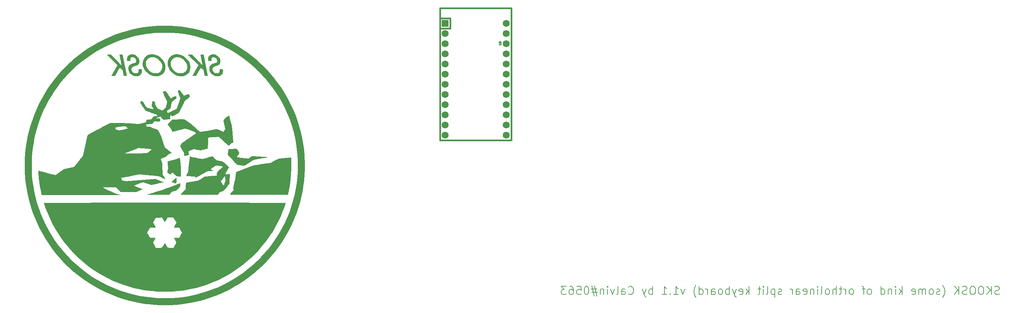
<source format=gbr>
%TF.GenerationSoftware,KiCad,Pcbnew,(6.0.7)*%
%TF.CreationDate,2023-01-10T09:57:21+01:00*%
%TF.ProjectId,skoosk pcb simple,736b6f6f-736b-4207-9063-622073696d70,rev?*%
%TF.SameCoordinates,Original*%
%TF.FileFunction,Legend,Bot*%
%TF.FilePolarity,Positive*%
%FSLAX46Y46*%
G04 Gerber Fmt 4.6, Leading zero omitted, Abs format (unit mm)*
G04 Created by KiCad (PCBNEW (6.0.7)) date 2023-01-10 09:57:21*
%MOMM*%
%LPD*%
G01*
G04 APERTURE LIST*
%ADD10C,0.150000*%
%ADD11C,0.381000*%
%ADD12R,1.752600X1.752600*%
%ADD13C,1.752600*%
G04 APERTURE END LIST*
D10*
X269630047Y-82851523D02*
X269344333Y-82946761D01*
X268868142Y-82946761D01*
X268677666Y-82851523D01*
X268582428Y-82756285D01*
X268487190Y-82565809D01*
X268487190Y-82375333D01*
X268582428Y-82184857D01*
X268677666Y-82089619D01*
X268868142Y-81994380D01*
X269249095Y-81899142D01*
X269439571Y-81803904D01*
X269534809Y-81708666D01*
X269630047Y-81518190D01*
X269630047Y-81327714D01*
X269534809Y-81137238D01*
X269439571Y-81042000D01*
X269249095Y-80946761D01*
X268772904Y-80946761D01*
X268487190Y-81042000D01*
X267630047Y-82946761D02*
X267630047Y-80946761D01*
X266487190Y-82946761D02*
X267344333Y-81803904D01*
X266487190Y-80946761D02*
X267630047Y-82089619D01*
X265249095Y-80946761D02*
X264868142Y-80946761D01*
X264677666Y-81042000D01*
X264487190Y-81232476D01*
X264391952Y-81613428D01*
X264391952Y-82280095D01*
X264487190Y-82661047D01*
X264677666Y-82851523D01*
X264868142Y-82946761D01*
X265249095Y-82946761D01*
X265439571Y-82851523D01*
X265630047Y-82661047D01*
X265725285Y-82280095D01*
X265725285Y-81613428D01*
X265630047Y-81232476D01*
X265439571Y-81042000D01*
X265249095Y-80946761D01*
X263153857Y-80946761D02*
X262772904Y-80946761D01*
X262582428Y-81042000D01*
X262391952Y-81232476D01*
X262296714Y-81613428D01*
X262296714Y-82280095D01*
X262391952Y-82661047D01*
X262582428Y-82851523D01*
X262772904Y-82946761D01*
X263153857Y-82946761D01*
X263344333Y-82851523D01*
X263534809Y-82661047D01*
X263630047Y-82280095D01*
X263630047Y-81613428D01*
X263534809Y-81232476D01*
X263344333Y-81042000D01*
X263153857Y-80946761D01*
X261534809Y-82851523D02*
X261249095Y-82946761D01*
X260772904Y-82946761D01*
X260582428Y-82851523D01*
X260487190Y-82756285D01*
X260391952Y-82565809D01*
X260391952Y-82375333D01*
X260487190Y-82184857D01*
X260582428Y-82089619D01*
X260772904Y-81994380D01*
X261153857Y-81899142D01*
X261344333Y-81803904D01*
X261439571Y-81708666D01*
X261534809Y-81518190D01*
X261534809Y-81327714D01*
X261439571Y-81137238D01*
X261344333Y-81042000D01*
X261153857Y-80946761D01*
X260677666Y-80946761D01*
X260391952Y-81042000D01*
X259534809Y-82946761D02*
X259534809Y-80946761D01*
X258391952Y-82946761D02*
X259249095Y-81803904D01*
X258391952Y-80946761D02*
X259534809Y-82089619D01*
X255439571Y-83708666D02*
X255534809Y-83613428D01*
X255725285Y-83327714D01*
X255820523Y-83137238D01*
X255915761Y-82851523D01*
X256010999Y-82375333D01*
X256010999Y-81994380D01*
X255915761Y-81518190D01*
X255820523Y-81232476D01*
X255725285Y-81042000D01*
X255534809Y-80756285D01*
X255439571Y-80661047D01*
X254772904Y-82851523D02*
X254582428Y-82946761D01*
X254201476Y-82946761D01*
X254010999Y-82851523D01*
X253915761Y-82661047D01*
X253915761Y-82565809D01*
X254010999Y-82375333D01*
X254201476Y-82280095D01*
X254487190Y-82280095D01*
X254677666Y-82184857D01*
X254772904Y-81994380D01*
X254772904Y-81899142D01*
X254677666Y-81708666D01*
X254487190Y-81613428D01*
X254201476Y-81613428D01*
X254010999Y-81708666D01*
X252772904Y-82946761D02*
X252963380Y-82851523D01*
X253058619Y-82756285D01*
X253153857Y-82565809D01*
X253153857Y-81994380D01*
X253058619Y-81803904D01*
X252963380Y-81708666D01*
X252772904Y-81613428D01*
X252487190Y-81613428D01*
X252296714Y-81708666D01*
X252201476Y-81803904D01*
X252106238Y-81994380D01*
X252106238Y-82565809D01*
X252201476Y-82756285D01*
X252296714Y-82851523D01*
X252487190Y-82946761D01*
X252772904Y-82946761D01*
X251249095Y-82946761D02*
X251249095Y-81613428D01*
X251249095Y-81803904D02*
X251153857Y-81708666D01*
X250963380Y-81613428D01*
X250677666Y-81613428D01*
X250487190Y-81708666D01*
X250391952Y-81899142D01*
X250391952Y-82946761D01*
X250391952Y-81899142D02*
X250296714Y-81708666D01*
X250106238Y-81613428D01*
X249820523Y-81613428D01*
X249630047Y-81708666D01*
X249534809Y-81899142D01*
X249534809Y-82946761D01*
X247820523Y-82851523D02*
X248011000Y-82946761D01*
X248391952Y-82946761D01*
X248582428Y-82851523D01*
X248677666Y-82661047D01*
X248677666Y-81899142D01*
X248582428Y-81708666D01*
X248391952Y-81613428D01*
X248011000Y-81613428D01*
X247820523Y-81708666D01*
X247725285Y-81899142D01*
X247725285Y-82089619D01*
X248677666Y-82280095D01*
X245344333Y-82946761D02*
X245344333Y-80946761D01*
X245153857Y-82184857D02*
X244582428Y-82946761D01*
X244582428Y-81613428D02*
X245344333Y-82375333D01*
X243725285Y-82946761D02*
X243725285Y-81613428D01*
X243725285Y-80946761D02*
X243820523Y-81042000D01*
X243725285Y-81137238D01*
X243630047Y-81042000D01*
X243725285Y-80946761D01*
X243725285Y-81137238D01*
X242772904Y-81613428D02*
X242772904Y-82946761D01*
X242772904Y-81803904D02*
X242677666Y-81708666D01*
X242487190Y-81613428D01*
X242201476Y-81613428D01*
X242011000Y-81708666D01*
X241915761Y-81899142D01*
X241915761Y-82946761D01*
X240106238Y-82946761D02*
X240106238Y-80946761D01*
X240106238Y-82851523D02*
X240296714Y-82946761D01*
X240677666Y-82946761D01*
X240868142Y-82851523D01*
X240963380Y-82756285D01*
X241058619Y-82565809D01*
X241058619Y-81994380D01*
X240963380Y-81803904D01*
X240868142Y-81708666D01*
X240677666Y-81613428D01*
X240296714Y-81613428D01*
X240106238Y-81708666D01*
X237344333Y-82946761D02*
X237534809Y-82851523D01*
X237630047Y-82756285D01*
X237725285Y-82565809D01*
X237725285Y-81994380D01*
X237630047Y-81803904D01*
X237534809Y-81708666D01*
X237344333Y-81613428D01*
X237058619Y-81613428D01*
X236868142Y-81708666D01*
X236772904Y-81803904D01*
X236677666Y-81994380D01*
X236677666Y-82565809D01*
X236772904Y-82756285D01*
X236868142Y-82851523D01*
X237058619Y-82946761D01*
X237344333Y-82946761D01*
X236106238Y-81613428D02*
X235344333Y-81613428D01*
X235820523Y-82946761D02*
X235820523Y-81232476D01*
X235725285Y-81042000D01*
X235534809Y-80946761D01*
X235344333Y-80946761D01*
X232868142Y-82946761D02*
X233058619Y-82851523D01*
X233153857Y-82756285D01*
X233249095Y-82565809D01*
X233249095Y-81994380D01*
X233153857Y-81803904D01*
X233058619Y-81708666D01*
X232868142Y-81613428D01*
X232582428Y-81613428D01*
X232391952Y-81708666D01*
X232296714Y-81803904D01*
X232201476Y-81994380D01*
X232201476Y-82565809D01*
X232296714Y-82756285D01*
X232391952Y-82851523D01*
X232582428Y-82946761D01*
X232868142Y-82946761D01*
X231344333Y-82946761D02*
X231344333Y-81613428D01*
X231344333Y-81994380D02*
X231249095Y-81803904D01*
X231153857Y-81708666D01*
X230963380Y-81613428D01*
X230772904Y-81613428D01*
X230391952Y-81613428D02*
X229630047Y-81613428D01*
X230106238Y-80946761D02*
X230106238Y-82661047D01*
X230011000Y-82851523D01*
X229820523Y-82946761D01*
X229630047Y-82946761D01*
X228963380Y-82946761D02*
X228963380Y-80946761D01*
X228106238Y-82946761D02*
X228106238Y-81899142D01*
X228201476Y-81708666D01*
X228391952Y-81613428D01*
X228677666Y-81613428D01*
X228868142Y-81708666D01*
X228963380Y-81803904D01*
X226868142Y-82946761D02*
X227058619Y-82851523D01*
X227153857Y-82756285D01*
X227249095Y-82565809D01*
X227249095Y-81994380D01*
X227153857Y-81803904D01*
X227058619Y-81708666D01*
X226868142Y-81613428D01*
X226582428Y-81613428D01*
X226391952Y-81708666D01*
X226296714Y-81803904D01*
X226201476Y-81994380D01*
X226201476Y-82565809D01*
X226296714Y-82756285D01*
X226391952Y-82851523D01*
X226582428Y-82946761D01*
X226868142Y-82946761D01*
X225058619Y-82946761D02*
X225249095Y-82851523D01*
X225344333Y-82661047D01*
X225344333Y-80946761D01*
X224296714Y-82946761D02*
X224296714Y-81613428D01*
X224296714Y-80946761D02*
X224391952Y-81042000D01*
X224296714Y-81137238D01*
X224201476Y-81042000D01*
X224296714Y-80946761D01*
X224296714Y-81137238D01*
X223344333Y-81613428D02*
X223344333Y-82946761D01*
X223344333Y-81803904D02*
X223249095Y-81708666D01*
X223058619Y-81613428D01*
X222772904Y-81613428D01*
X222582428Y-81708666D01*
X222487190Y-81899142D01*
X222487190Y-82946761D01*
X220772904Y-82851523D02*
X220963380Y-82946761D01*
X221344333Y-82946761D01*
X221534809Y-82851523D01*
X221630047Y-82661047D01*
X221630047Y-81899142D01*
X221534809Y-81708666D01*
X221344333Y-81613428D01*
X220963380Y-81613428D01*
X220772904Y-81708666D01*
X220677666Y-81899142D01*
X220677666Y-82089619D01*
X221630047Y-82280095D01*
X218963380Y-82946761D02*
X218963380Y-81899142D01*
X219058619Y-81708666D01*
X219249095Y-81613428D01*
X219630047Y-81613428D01*
X219820523Y-81708666D01*
X218963380Y-82851523D02*
X219153857Y-82946761D01*
X219630047Y-82946761D01*
X219820523Y-82851523D01*
X219915761Y-82661047D01*
X219915761Y-82470571D01*
X219820523Y-82280095D01*
X219630047Y-82184857D01*
X219153857Y-82184857D01*
X218963380Y-82089619D01*
X218011000Y-82946761D02*
X218011000Y-81613428D01*
X218011000Y-81994380D02*
X217915761Y-81803904D01*
X217820523Y-81708666D01*
X217630047Y-81613428D01*
X217439571Y-81613428D01*
X215344333Y-82851523D02*
X215153857Y-82946761D01*
X214772904Y-82946761D01*
X214582428Y-82851523D01*
X214487190Y-82661047D01*
X214487190Y-82565809D01*
X214582428Y-82375333D01*
X214772904Y-82280095D01*
X215058619Y-82280095D01*
X215249095Y-82184857D01*
X215344333Y-81994380D01*
X215344333Y-81899142D01*
X215249095Y-81708666D01*
X215058619Y-81613428D01*
X214772904Y-81613428D01*
X214582428Y-81708666D01*
X213630047Y-81613428D02*
X213630047Y-83613428D01*
X213630047Y-81708666D02*
X213439571Y-81613428D01*
X213058619Y-81613428D01*
X212868142Y-81708666D01*
X212772904Y-81803904D01*
X212677666Y-81994380D01*
X212677666Y-82565809D01*
X212772904Y-82756285D01*
X212868142Y-82851523D01*
X213058619Y-82946761D01*
X213439571Y-82946761D01*
X213630047Y-82851523D01*
X211534809Y-82946761D02*
X211725285Y-82851523D01*
X211820523Y-82661047D01*
X211820523Y-80946761D01*
X210772904Y-82946761D02*
X210772904Y-81613428D01*
X210772904Y-80946761D02*
X210868142Y-81042000D01*
X210772904Y-81137238D01*
X210677666Y-81042000D01*
X210772904Y-80946761D01*
X210772904Y-81137238D01*
X210106238Y-81613428D02*
X209344333Y-81613428D01*
X209820523Y-80946761D02*
X209820523Y-82661047D01*
X209725285Y-82851523D01*
X209534809Y-82946761D01*
X209344333Y-82946761D01*
X207153857Y-82946761D02*
X207153857Y-80946761D01*
X206963380Y-82184857D02*
X206391952Y-82946761D01*
X206391952Y-81613428D02*
X207153857Y-82375333D01*
X204772904Y-82851523D02*
X204963380Y-82946761D01*
X205344333Y-82946761D01*
X205534809Y-82851523D01*
X205630047Y-82661047D01*
X205630047Y-81899142D01*
X205534809Y-81708666D01*
X205344333Y-81613428D01*
X204963380Y-81613428D01*
X204772904Y-81708666D01*
X204677666Y-81899142D01*
X204677666Y-82089619D01*
X205630047Y-82280095D01*
X204011000Y-81613428D02*
X203534809Y-82946761D01*
X203058619Y-81613428D02*
X203534809Y-82946761D01*
X203725285Y-83422952D01*
X203820523Y-83518190D01*
X204011000Y-83613428D01*
X202296714Y-82946761D02*
X202296714Y-80946761D01*
X202296714Y-81708666D02*
X202106238Y-81613428D01*
X201725285Y-81613428D01*
X201534809Y-81708666D01*
X201439571Y-81803904D01*
X201344333Y-81994380D01*
X201344333Y-82565809D01*
X201439571Y-82756285D01*
X201534809Y-82851523D01*
X201725285Y-82946761D01*
X202106238Y-82946761D01*
X202296714Y-82851523D01*
X200201476Y-82946761D02*
X200391952Y-82851523D01*
X200487190Y-82756285D01*
X200582428Y-82565809D01*
X200582428Y-81994380D01*
X200487190Y-81803904D01*
X200391952Y-81708666D01*
X200201476Y-81613428D01*
X199915761Y-81613428D01*
X199725285Y-81708666D01*
X199630047Y-81803904D01*
X199534809Y-81994380D01*
X199534809Y-82565809D01*
X199630047Y-82756285D01*
X199725285Y-82851523D01*
X199915761Y-82946761D01*
X200201476Y-82946761D01*
X197820523Y-82946761D02*
X197820523Y-81899142D01*
X197915761Y-81708666D01*
X198106238Y-81613428D01*
X198487190Y-81613428D01*
X198677666Y-81708666D01*
X197820523Y-82851523D02*
X198011000Y-82946761D01*
X198487190Y-82946761D01*
X198677666Y-82851523D01*
X198772904Y-82661047D01*
X198772904Y-82470571D01*
X198677666Y-82280095D01*
X198487190Y-82184857D01*
X198011000Y-82184857D01*
X197820523Y-82089619D01*
X196868142Y-82946761D02*
X196868142Y-81613428D01*
X196868142Y-81994380D02*
X196772904Y-81803904D01*
X196677666Y-81708666D01*
X196487190Y-81613428D01*
X196296714Y-81613428D01*
X194772904Y-82946761D02*
X194772904Y-80946761D01*
X194772904Y-82851523D02*
X194963380Y-82946761D01*
X195344333Y-82946761D01*
X195534809Y-82851523D01*
X195630047Y-82756285D01*
X195725285Y-82565809D01*
X195725285Y-81994380D01*
X195630047Y-81803904D01*
X195534809Y-81708666D01*
X195344333Y-81613428D01*
X194963380Y-81613428D01*
X194772904Y-81708666D01*
X194011000Y-83708666D02*
X193915761Y-83613428D01*
X193725285Y-83327714D01*
X193630047Y-83137238D01*
X193534809Y-82851523D01*
X193439571Y-82375333D01*
X193439571Y-81994380D01*
X193534809Y-81518190D01*
X193630047Y-81232476D01*
X193725285Y-81042000D01*
X193915761Y-80756285D01*
X194011000Y-80661047D01*
X191153857Y-81613428D02*
X190677666Y-82946761D01*
X190201476Y-81613428D01*
X188391952Y-82946761D02*
X189534809Y-82946761D01*
X188963380Y-82946761D02*
X188963380Y-80946761D01*
X189153857Y-81232476D01*
X189344333Y-81422952D01*
X189534809Y-81518190D01*
X187534809Y-82756285D02*
X187439571Y-82851523D01*
X187534809Y-82946761D01*
X187630047Y-82851523D01*
X187534809Y-82756285D01*
X187534809Y-82946761D01*
X185534809Y-82946761D02*
X186677666Y-82946761D01*
X186106238Y-82946761D02*
X186106238Y-80946761D01*
X186296714Y-81232476D01*
X186487190Y-81422952D01*
X186677666Y-81518190D01*
X183153857Y-82946761D02*
X183153857Y-80946761D01*
X183153857Y-81708666D02*
X182963380Y-81613428D01*
X182582428Y-81613428D01*
X182391952Y-81708666D01*
X182296714Y-81803904D01*
X182201476Y-81994380D01*
X182201476Y-82565809D01*
X182296714Y-82756285D01*
X182391952Y-82851523D01*
X182582428Y-82946761D01*
X182963380Y-82946761D01*
X183153857Y-82851523D01*
X181534809Y-81613428D02*
X181058619Y-82946761D01*
X180582428Y-81613428D02*
X181058619Y-82946761D01*
X181249095Y-83422952D01*
X181344333Y-83518190D01*
X181534809Y-83613428D01*
X177153857Y-82756285D02*
X177249095Y-82851523D01*
X177534809Y-82946761D01*
X177725285Y-82946761D01*
X178011000Y-82851523D01*
X178201476Y-82661047D01*
X178296714Y-82470571D01*
X178391952Y-82089619D01*
X178391952Y-81803904D01*
X178296714Y-81422952D01*
X178201476Y-81232476D01*
X178011000Y-81042000D01*
X177725285Y-80946761D01*
X177534809Y-80946761D01*
X177249095Y-81042000D01*
X177153857Y-81137238D01*
X175439571Y-82946761D02*
X175439571Y-81899142D01*
X175534809Y-81708666D01*
X175725285Y-81613428D01*
X176106238Y-81613428D01*
X176296714Y-81708666D01*
X175439571Y-82851523D02*
X175630047Y-82946761D01*
X176106238Y-82946761D01*
X176296714Y-82851523D01*
X176391952Y-82661047D01*
X176391952Y-82470571D01*
X176296714Y-82280095D01*
X176106238Y-82184857D01*
X175630047Y-82184857D01*
X175439571Y-82089619D01*
X174201476Y-82946761D02*
X174391952Y-82851523D01*
X174487190Y-82661047D01*
X174487190Y-80946761D01*
X173630047Y-81613428D02*
X173153857Y-82946761D01*
X172677666Y-81613428D01*
X171915761Y-82946761D02*
X171915761Y-81613428D01*
X171915761Y-80946761D02*
X172011000Y-81042000D01*
X171915761Y-81137238D01*
X171820523Y-81042000D01*
X171915761Y-80946761D01*
X171915761Y-81137238D01*
X170963380Y-81613428D02*
X170963380Y-82946761D01*
X170963380Y-81803904D02*
X170868142Y-81708666D01*
X170677666Y-81613428D01*
X170391952Y-81613428D01*
X170201476Y-81708666D01*
X170106238Y-81899142D01*
X170106238Y-82946761D01*
X169249095Y-81613428D02*
X167820523Y-81613428D01*
X168677666Y-80756285D02*
X169249095Y-83327714D01*
X168011000Y-82470571D02*
X169439571Y-82470571D01*
X168582428Y-83327714D02*
X168011000Y-80756285D01*
X166772904Y-80946761D02*
X166582428Y-80946761D01*
X166391952Y-81042000D01*
X166296714Y-81137238D01*
X166201476Y-81327714D01*
X166106238Y-81708666D01*
X166106238Y-82184857D01*
X166201476Y-82565809D01*
X166296714Y-82756285D01*
X166391952Y-82851523D01*
X166582428Y-82946761D01*
X166772904Y-82946761D01*
X166963380Y-82851523D01*
X167058619Y-82756285D01*
X167153857Y-82565809D01*
X167249095Y-82184857D01*
X167249095Y-81708666D01*
X167153857Y-81327714D01*
X167058619Y-81137238D01*
X166963380Y-81042000D01*
X166772904Y-80946761D01*
X164296714Y-80946761D02*
X165249095Y-80946761D01*
X165344333Y-81899142D01*
X165249095Y-81803904D01*
X165058619Y-81708666D01*
X164582428Y-81708666D01*
X164391952Y-81803904D01*
X164296714Y-81899142D01*
X164201476Y-82089619D01*
X164201476Y-82565809D01*
X164296714Y-82756285D01*
X164391952Y-82851523D01*
X164582428Y-82946761D01*
X165058619Y-82946761D01*
X165249095Y-82851523D01*
X165344333Y-82756285D01*
X162487190Y-80946761D02*
X162868142Y-80946761D01*
X163058619Y-81042000D01*
X163153857Y-81137238D01*
X163344333Y-81422952D01*
X163439571Y-81803904D01*
X163439571Y-82565809D01*
X163344333Y-82756285D01*
X163249095Y-82851523D01*
X163058619Y-82946761D01*
X162677666Y-82946761D01*
X162487190Y-82851523D01*
X162391952Y-82756285D01*
X162296714Y-82565809D01*
X162296714Y-82089619D01*
X162391952Y-81899142D01*
X162487190Y-81803904D01*
X162677666Y-81708666D01*
X163058619Y-81708666D01*
X163249095Y-81803904D01*
X163344333Y-81899142D01*
X163439571Y-82089619D01*
X161630047Y-80946761D02*
X160391952Y-80946761D01*
X161058619Y-81708666D01*
X160772904Y-81708666D01*
X160582428Y-81803904D01*
X160487190Y-81899142D01*
X160391952Y-82089619D01*
X160391952Y-82565809D01*
X160487190Y-82756285D01*
X160582428Y-82851523D01*
X160772904Y-82946761D01*
X161344333Y-82946761D01*
X161534809Y-82851523D01*
X161630047Y-82756285D01*
D11*
%TO.C,U1*%
X130175000Y-11384700D02*
X130175000Y-44404700D01*
X147955000Y-11384700D02*
X130175000Y-11384700D01*
X130175000Y-44404700D02*
X147955000Y-44404700D01*
X132715000Y-13924700D02*
X130175000Y-13924700D01*
X132715000Y-13924700D02*
X132715000Y-16464700D01*
X147955000Y-44404700D02*
X147955000Y-11384700D01*
X132715000Y-16464700D02*
X130175000Y-16464700D01*
G36*
X145009635Y-20613730D02*
G01*
X144909635Y-20613730D01*
X144909635Y-20413730D01*
X145009635Y-20413730D01*
X145009635Y-20613730D01*
G37*
D10*
X145009635Y-20613730D02*
X144909635Y-20613730D01*
X144909635Y-20413730D01*
X145009635Y-20413730D01*
X145009635Y-20613730D01*
G36*
X145409635Y-20613730D02*
G01*
X145309635Y-20613730D01*
X145309635Y-19813730D01*
X145409635Y-19813730D01*
X145409635Y-20613730D01*
G37*
X145409635Y-20613730D02*
X145309635Y-20613730D01*
X145309635Y-19813730D01*
X145409635Y-19813730D01*
X145409635Y-20613730D01*
G36*
X145009635Y-20113730D02*
G01*
X144909635Y-20113730D01*
X144909635Y-19813730D01*
X145009635Y-19813730D01*
X145009635Y-20113730D01*
G37*
X145009635Y-20113730D02*
X144909635Y-20113730D01*
X144909635Y-19813730D01*
X145009635Y-19813730D01*
X145009635Y-20113730D01*
G36*
X145409635Y-19913730D02*
G01*
X144909635Y-19913730D01*
X144909635Y-19813730D01*
X145409635Y-19813730D01*
X145409635Y-19913730D01*
G37*
X145409635Y-19913730D02*
X144909635Y-19913730D01*
X144909635Y-19813730D01*
X145409635Y-19813730D01*
X145409635Y-19913730D01*
G36*
X145209635Y-20313730D02*
G01*
X145109635Y-20313730D01*
X145109635Y-20213730D01*
X145209635Y-20213730D01*
X145209635Y-20313730D01*
G37*
X145209635Y-20313730D02*
X145109635Y-20313730D01*
X145109635Y-20213730D01*
X145209635Y-20213730D01*
X145209635Y-20313730D01*
%TO.C,Gback*%
G36*
X78383914Y-42435890D02*
G01*
X78387345Y-42475774D01*
X78389795Y-42504262D01*
X78392736Y-42538447D01*
X78395677Y-42572633D01*
X78399108Y-42612516D01*
X78412340Y-42766352D01*
X78433500Y-43013294D01*
X78463199Y-43363255D01*
X78490734Y-43691633D01*
X78515564Y-43991780D01*
X78537150Y-44257050D01*
X78554954Y-44480795D01*
X78568437Y-44656368D01*
X78577057Y-44777122D01*
X78580278Y-44836411D01*
X78582069Y-44974975D01*
X78300036Y-45089127D01*
X78096422Y-45185652D01*
X77874714Y-45329642D01*
X77698078Y-45491830D01*
X77578163Y-45662957D01*
X77499704Y-45817337D01*
X77263161Y-45613414D01*
X77244710Y-45597422D01*
X77146556Y-45511051D01*
X77008912Y-45388601D01*
X76840518Y-45237907D01*
X76650117Y-45066805D01*
X76446450Y-44883130D01*
X76238258Y-44694719D01*
X76179752Y-44641696D01*
X75973254Y-44454893D01*
X75774634Y-44275711D01*
X75592434Y-44111825D01*
X75435197Y-43970909D01*
X75311465Y-43860637D01*
X75229779Y-43788685D01*
X75009659Y-43597424D01*
X73796066Y-43643363D01*
X73551971Y-43653028D01*
X73279517Y-43664851D01*
X73031813Y-43676699D01*
X72817574Y-43688103D01*
X72645519Y-43698596D01*
X72524363Y-43707709D01*
X72462822Y-43714974D01*
X72431378Y-43722236D01*
X72370655Y-43747916D01*
X72339345Y-43798046D01*
X72320067Y-43894481D01*
X72313394Y-43963211D01*
X72306125Y-44094548D01*
X72299860Y-44267504D01*
X72295107Y-44467699D01*
X72292371Y-44680753D01*
X72291237Y-44798136D01*
X72287151Y-45050814D01*
X72281043Y-45309698D01*
X72273308Y-45565468D01*
X72264339Y-45808802D01*
X72254533Y-46030379D01*
X72244283Y-46220878D01*
X72233983Y-46370979D01*
X72224030Y-46471359D01*
X72214816Y-46512699D01*
X72203542Y-46518429D01*
X72137866Y-46538788D01*
X72028994Y-46566579D01*
X71893174Y-46597517D01*
X71822510Y-46613170D01*
X71654803Y-46651863D01*
X71451208Y-46700201D01*
X71231226Y-46753533D01*
X71014356Y-46807205D01*
X70437626Y-46951631D01*
X69988784Y-46872986D01*
X69819521Y-46843327D01*
X69577591Y-46800933D01*
X69336551Y-46758692D01*
X69129630Y-46722428D01*
X68719318Y-46650514D01*
X68206615Y-46850467D01*
X68109568Y-46888398D01*
X67927282Y-46960076D01*
X67764236Y-47024721D01*
X67635266Y-47076437D01*
X67555206Y-47109329D01*
X67416500Y-47168239D01*
X67465681Y-47617902D01*
X67469691Y-47655077D01*
X67485871Y-47818107D01*
X67496959Y-47952373D01*
X67501990Y-48044828D01*
X67500002Y-48082426D01*
X67480393Y-48090433D01*
X67404121Y-48114772D01*
X67281123Y-48151372D01*
X67122662Y-48196902D01*
X66939998Y-48248032D01*
X66394855Y-48398778D01*
X66371314Y-48267998D01*
X66367262Y-48244090D01*
X66350995Y-48132916D01*
X66331997Y-47986853D01*
X66313591Y-47831045D01*
X66279407Y-47524871D01*
X65818991Y-46772235D01*
X65711402Y-46595448D01*
X65594927Y-46401838D01*
X65494154Y-46231916D01*
X65414142Y-46094302D01*
X65359949Y-45997613D01*
X65336635Y-45950470D01*
X65335364Y-45945540D01*
X65341633Y-45891347D01*
X65378922Y-45803854D01*
X65450725Y-45676050D01*
X65560533Y-45500922D01*
X65806372Y-45120503D01*
X66443773Y-44666229D01*
X66540485Y-44597599D01*
X66753071Y-44448044D01*
X67002812Y-44273633D01*
X67277169Y-44083069D01*
X67563601Y-43885050D01*
X67849570Y-43688278D01*
X68122537Y-43501451D01*
X68250381Y-43414173D01*
X68524985Y-43226172D01*
X68749520Y-43071414D01*
X68928729Y-42946433D01*
X69067354Y-42847760D01*
X69170139Y-42771929D01*
X69241827Y-42715471D01*
X69287160Y-42674920D01*
X69310882Y-42646807D01*
X69317735Y-42627666D01*
X69313335Y-42618102D01*
X69307156Y-42612516D01*
X69351921Y-42612516D01*
X69369013Y-42629609D01*
X69386106Y-42612516D01*
X69369013Y-42595424D01*
X69351921Y-42612516D01*
X69307156Y-42612516D01*
X69274417Y-42582916D01*
X69426339Y-42582916D01*
X69454478Y-42595424D01*
X69472576Y-42592956D01*
X69477268Y-42572633D01*
X69472258Y-42568542D01*
X69431687Y-42572633D01*
X69426339Y-42582916D01*
X69274417Y-42582916D01*
X69265482Y-42574838D01*
X69228496Y-42548730D01*
X69528896Y-42548730D01*
X69557035Y-42561238D01*
X69575133Y-42558771D01*
X69579825Y-42538447D01*
X69574815Y-42534356D01*
X69534244Y-42538447D01*
X69528896Y-42548730D01*
X69228496Y-42548730D01*
X69180066Y-42514544D01*
X69631453Y-42514544D01*
X69659592Y-42527052D01*
X69677690Y-42524585D01*
X69682383Y-42504262D01*
X69677372Y-42500170D01*
X69636802Y-42504262D01*
X69631453Y-42514544D01*
X69180066Y-42514544D01*
X69175759Y-42511504D01*
X69119524Y-42475774D01*
X69727964Y-42475774D01*
X69745056Y-42492866D01*
X69762149Y-42475774D01*
X69745056Y-42458681D01*
X69727964Y-42475774D01*
X69119524Y-42475774D01*
X69072936Y-42446173D01*
X69802382Y-42446173D01*
X69830521Y-42458681D01*
X69848619Y-42456214D01*
X69853311Y-42435890D01*
X69848301Y-42431799D01*
X69807730Y-42435890D01*
X69802382Y-42446173D01*
X69072936Y-42446173D01*
X69057669Y-42436473D01*
X69016121Y-42411987D01*
X69904939Y-42411987D01*
X69933078Y-42424495D01*
X69951176Y-42422028D01*
X69955869Y-42401704D01*
X69950858Y-42397613D01*
X69910288Y-42401704D01*
X69904939Y-42411987D01*
X69016121Y-42411987D01*
X68958113Y-42377801D01*
X70007496Y-42377801D01*
X70035635Y-42390309D01*
X70053733Y-42387842D01*
X70058426Y-42367519D01*
X70053415Y-42363427D01*
X70012845Y-42367519D01*
X70007496Y-42377801D01*
X68958113Y-42377801D01*
X68924713Y-42358117D01*
X68889743Y-42339031D01*
X70104007Y-42339031D01*
X70121100Y-42356123D01*
X70138192Y-42339031D01*
X70121100Y-42321938D01*
X70104007Y-42339031D01*
X68889743Y-42339031D01*
X68790391Y-42284806D01*
X68668206Y-42224913D01*
X68645011Y-42214611D01*
X68516851Y-42160651D01*
X68348384Y-42092870D01*
X68158827Y-42018905D01*
X67967398Y-41946395D01*
X67920809Y-41928987D01*
X67728117Y-41855847D01*
X67542052Y-41783612D01*
X67381810Y-41719801D01*
X67266591Y-41671931D01*
X67145045Y-41625398D01*
X66959099Y-41579017D01*
X66736712Y-41552509D01*
X66678523Y-41548366D01*
X66569196Y-41543417D01*
X66470586Y-41545717D01*
X66367336Y-41557344D01*
X66244093Y-41580375D01*
X66085503Y-41616890D01*
X65876209Y-41668965D01*
X65792456Y-41690353D01*
X65571361Y-41748215D01*
X65310958Y-41817810D01*
X65029316Y-41894249D01*
X64744505Y-41972645D01*
X64474594Y-42048109D01*
X64275645Y-42103687D01*
X64057633Y-42163212D01*
X63866596Y-42213891D01*
X63712215Y-42253208D01*
X63604174Y-42278649D01*
X63552156Y-42287698D01*
X63501232Y-42270809D01*
X63441284Y-42208508D01*
X63367635Y-42091184D01*
X63285221Y-41951925D01*
X63159072Y-41752072D01*
X63012599Y-41530017D01*
X62857428Y-41303019D01*
X62705183Y-41088336D01*
X62567491Y-40903230D01*
X62515463Y-40835263D01*
X62417431Y-40705678D01*
X62333424Y-40592782D01*
X62277394Y-40515232D01*
X62197593Y-40400721D01*
X63317361Y-39279407D01*
X63505772Y-39279401D01*
X63596964Y-39276739D01*
X63743512Y-39269095D01*
X63929382Y-39257388D01*
X64140003Y-39242536D01*
X64360803Y-39225458D01*
X64507154Y-39214566D01*
X64797298Y-39196921D01*
X65105193Y-39182269D01*
X65402245Y-39171894D01*
X65659861Y-39167081D01*
X66292297Y-39162638D01*
X66852127Y-39485962D01*
X67103412Y-39637292D01*
X67362537Y-39804766D01*
X67603194Y-39971230D01*
X67803852Y-40122287D01*
X67818141Y-40133727D01*
X67983693Y-40269250D01*
X68172940Y-40428765D01*
X68380083Y-40606986D01*
X68599322Y-40798624D01*
X68824859Y-40998392D01*
X69050893Y-41201003D01*
X69271625Y-41401170D01*
X69481257Y-41593604D01*
X69673987Y-41773018D01*
X69844018Y-41934125D01*
X69985549Y-42071638D01*
X70092782Y-42180268D01*
X70159916Y-42254729D01*
X70181153Y-42289733D01*
X70187989Y-42299139D01*
X70242451Y-42306992D01*
X70334989Y-42301835D01*
X70533200Y-42278010D01*
X71072304Y-42205372D01*
X71675146Y-42113928D01*
X72340364Y-42003891D01*
X73066595Y-41875473D01*
X73119855Y-41865802D01*
X73410715Y-41813519D01*
X73682093Y-41765602D01*
X73926030Y-41723397D01*
X74134568Y-41688248D01*
X74299749Y-41661500D01*
X74413616Y-41644499D01*
X74468210Y-41638589D01*
X74500027Y-41645039D01*
X74592793Y-41676969D01*
X74730721Y-41731951D01*
X74903998Y-41805875D01*
X75102806Y-41894631D01*
X75317331Y-41994110D01*
X76047745Y-42339031D01*
X76069417Y-42349265D01*
X76146685Y-42258683D01*
X76169151Y-42230842D01*
X76236232Y-42141079D01*
X76321577Y-42021436D01*
X76412138Y-41890034D01*
X76600325Y-41611966D01*
X76498052Y-41120855D01*
X76492851Y-41095931D01*
X76443988Y-40865065D01*
X76387326Y-40601881D01*
X76329480Y-40336915D01*
X76277065Y-40100706D01*
X76158350Y-39571668D01*
X76318939Y-39267095D01*
X76414645Y-39099080D01*
X76528638Y-38940044D01*
X76650515Y-38817094D01*
X76654127Y-38814034D01*
X76744039Y-38742411D01*
X76863085Y-38653447D01*
X76999254Y-38555431D01*
X77140532Y-38456651D01*
X77274906Y-38365395D01*
X77390364Y-38289951D01*
X77474892Y-38238606D01*
X77516477Y-38219650D01*
X77516837Y-38219702D01*
X77533953Y-38253581D01*
X77564462Y-38343139D01*
X77605265Y-38478142D01*
X77653264Y-38648354D01*
X77705360Y-38843539D01*
X77751066Y-39017951D01*
X77824848Y-39295834D01*
X77905068Y-39594641D01*
X77984742Y-39888401D01*
X78056889Y-40151144D01*
X78246193Y-40834858D01*
X78378032Y-42367519D01*
X78380973Y-42401704D01*
X78383914Y-42435890D01*
G37*
G36*
X65373663Y-55178506D02*
G01*
X65380112Y-55266838D01*
X65385838Y-55396297D01*
X65390064Y-55552689D01*
X65397705Y-55944953D01*
X65058729Y-56299991D01*
X64997788Y-56362712D01*
X64849454Y-56508123D01*
X64693320Y-56652925D01*
X64538769Y-56789184D01*
X64395181Y-56908970D01*
X64271940Y-57004352D01*
X64178427Y-57067397D01*
X64124024Y-57090175D01*
X64120670Y-57090384D01*
X64064876Y-57100312D01*
X63958689Y-57122918D01*
X63815909Y-57155177D01*
X63650337Y-57194061D01*
X63215581Y-57297947D01*
X62890817Y-57687963D01*
X62566052Y-58077978D01*
X59788462Y-58079769D01*
X59391630Y-58079784D01*
X58926047Y-58079108D01*
X58503272Y-58077690D01*
X58126500Y-58075564D01*
X57798927Y-58072763D01*
X57523747Y-58069324D01*
X57304157Y-58065279D01*
X57143350Y-58060664D01*
X57044523Y-58055513D01*
X57010871Y-58049860D01*
X57042664Y-58017706D01*
X57135832Y-57971852D01*
X57285047Y-57914348D01*
X57484977Y-57846988D01*
X57730292Y-57771568D01*
X58015659Y-57689884D01*
X58335748Y-57603730D01*
X58401901Y-57586149D01*
X58683959Y-57506609D01*
X59021866Y-57405273D01*
X59409296Y-57284143D01*
X59839926Y-57145219D01*
X60307432Y-56990505D01*
X60805487Y-56822002D01*
X61299380Y-56652939D01*
X61832830Y-56469579D01*
X62309726Y-56304659D01*
X62734612Y-56156524D01*
X63112033Y-56023518D01*
X63446534Y-55903985D01*
X63742660Y-55796269D01*
X64004956Y-55698715D01*
X64237967Y-55609666D01*
X64446237Y-55527466D01*
X64634312Y-55450460D01*
X64806737Y-55376992D01*
X64968056Y-55305405D01*
X64980126Y-55299952D01*
X65126698Y-55235463D01*
X65248414Y-55184972D01*
X65332896Y-55153425D01*
X65367763Y-55145765D01*
X65373663Y-55178506D01*
G37*
G36*
X79659732Y-46885637D02*
G01*
X79729688Y-46988374D01*
X79836722Y-47153432D01*
X79932798Y-47310152D01*
X80003252Y-47435079D01*
X80120412Y-47659853D01*
X79911368Y-47956508D01*
X79757218Y-48177620D01*
X79627371Y-48369972D01*
X79538623Y-48509832D01*
X79490493Y-48597959D01*
X79482502Y-48635112D01*
X79485497Y-48636717D01*
X79538023Y-48648436D01*
X79647325Y-48666346D01*
X79804213Y-48689302D01*
X79999495Y-48716160D01*
X80223980Y-48745775D01*
X80468478Y-48777003D01*
X80723797Y-48808700D01*
X80980746Y-48839721D01*
X81230135Y-48868921D01*
X81462771Y-48895156D01*
X81669464Y-48917283D01*
X81841023Y-48934155D01*
X81968257Y-48944630D01*
X82390941Y-48973196D01*
X82648752Y-48782575D01*
X82688397Y-48753361D01*
X82830200Y-48650128D01*
X82967017Y-48552149D01*
X83073972Y-48477283D01*
X83241380Y-48362612D01*
X83996987Y-48421608D01*
X84113660Y-48430354D01*
X84367082Y-48447797D01*
X84665462Y-48466816D01*
X84993829Y-48486524D01*
X85337216Y-48506034D01*
X85680651Y-48524458D01*
X86009166Y-48540908D01*
X86019086Y-48541385D01*
X86304963Y-48555706D01*
X86568851Y-48570008D01*
X86803031Y-48583793D01*
X86999783Y-48596560D01*
X87151389Y-48607810D01*
X87250129Y-48617041D01*
X87288283Y-48623755D01*
X87293287Y-48629987D01*
X87279489Y-48646387D01*
X87277400Y-48646530D01*
X87227064Y-48655029D01*
X87122040Y-48675126D01*
X86973045Y-48704699D01*
X86790792Y-48741624D01*
X86585996Y-48783780D01*
X86554593Y-48790253D01*
X86336474Y-48833786D01*
X86069356Y-48885215D01*
X85768967Y-48941614D01*
X85451032Y-49000057D01*
X85131278Y-49057616D01*
X84825430Y-49111367D01*
X83727021Y-49301650D01*
X83333886Y-49534455D01*
X83240381Y-49591015D01*
X83068612Y-49698164D01*
X82862704Y-49829317D01*
X82635800Y-49976019D01*
X82401041Y-50129814D01*
X82171571Y-50282247D01*
X82062219Y-50355397D01*
X81854637Y-50493460D01*
X81692838Y-50599086D01*
X81569361Y-50676390D01*
X81476744Y-50729493D01*
X81407526Y-50762511D01*
X81354245Y-50779562D01*
X81309439Y-50784766D01*
X81265649Y-50782239D01*
X81076946Y-50761379D01*
X80820789Y-50732202D01*
X80604265Y-50706101D01*
X80409910Y-50680863D01*
X80220266Y-50654275D01*
X80017869Y-50624124D01*
X79972977Y-50617212D01*
X79805703Y-50590030D01*
X79665266Y-50565024D01*
X79565276Y-50544720D01*
X79519347Y-50531643D01*
X79517824Y-50530554D01*
X79481318Y-50494277D01*
X79406601Y-50414202D01*
X79299820Y-50297109D01*
X79167118Y-50149777D01*
X79014643Y-49978988D01*
X78848537Y-49791520D01*
X78728488Y-49656211D01*
X78517439Y-49420878D01*
X78297775Y-49178606D01*
X78082862Y-48944031D01*
X77886064Y-48731789D01*
X77720750Y-48556518D01*
X77226757Y-48039416D01*
X77239437Y-47821525D01*
X77243644Y-47757341D01*
X77255909Y-47605467D01*
X77272228Y-47430741D01*
X77291139Y-47246155D01*
X77311181Y-47064699D01*
X77330892Y-46899368D01*
X77348813Y-46763152D01*
X77363481Y-46669044D01*
X77373436Y-46630036D01*
X77389009Y-46626210D01*
X77463596Y-46618910D01*
X77590103Y-46610781D01*
X77758271Y-46602222D01*
X77957837Y-46593630D01*
X78178542Y-46585406D01*
X78410126Y-46577947D01*
X78642328Y-46571654D01*
X78864888Y-46566926D01*
X79067545Y-46564160D01*
X79433370Y-46560969D01*
X79659732Y-46885637D01*
G37*
G36*
X92908508Y-48755727D02*
G01*
X92961230Y-48764923D01*
X92992059Y-48781410D01*
X93007786Y-48805432D01*
X93015200Y-48837232D01*
X93021093Y-48877052D01*
X93024175Y-48904159D01*
X93030540Y-49002110D01*
X93037470Y-49154101D01*
X93044639Y-49350822D01*
X93051724Y-49582966D01*
X93058399Y-49841223D01*
X93064339Y-50116285D01*
X93064599Y-50129777D01*
X93062525Y-51518606D01*
X93001926Y-52882106D01*
X92881774Y-54231848D01*
X92701041Y-55579402D01*
X92458701Y-56936339D01*
X92421402Y-57121611D01*
X92374741Y-57350697D01*
X92332377Y-57555758D01*
X92296558Y-57726032D01*
X92269528Y-57850760D01*
X92253535Y-57919179D01*
X92219541Y-58047375D01*
X77761611Y-58047375D01*
X77761611Y-57967055D01*
X77762132Y-57958087D01*
X77791612Y-57872560D01*
X77859348Y-57753648D01*
X77955615Y-57613459D01*
X78070686Y-57464105D01*
X78194833Y-57317695D01*
X78318332Y-57186339D01*
X78431454Y-57082148D01*
X78524474Y-57017233D01*
X78597810Y-56976641D01*
X78635837Y-56936966D01*
X78645151Y-56876696D01*
X78636599Y-56772124D01*
X78628846Y-56697546D01*
X78612954Y-56543002D01*
X78601905Y-56414865D01*
X78596925Y-56302810D01*
X78599242Y-56196516D01*
X78610079Y-56085658D01*
X78630665Y-55959913D01*
X78662225Y-55808960D01*
X78705985Y-55622473D01*
X78763171Y-55390131D01*
X78835009Y-55101609D01*
X78862093Y-54992592D01*
X78929503Y-54719220D01*
X78983197Y-54495178D01*
X79025395Y-54307875D01*
X79058317Y-54144725D01*
X79084184Y-53993138D01*
X79105218Y-53840527D01*
X79123638Y-53674303D01*
X79141665Y-53481877D01*
X79161520Y-53250661D01*
X79174677Y-53098107D01*
X79194314Y-52882307D01*
X79212541Y-52695480D01*
X79228347Y-52547422D01*
X79240721Y-52447927D01*
X79248652Y-52406791D01*
X79263011Y-52397626D01*
X79335655Y-52363703D01*
X79465751Y-52307829D01*
X79649314Y-52231598D01*
X79882363Y-52136603D01*
X80160914Y-52024438D01*
X80480984Y-51896697D01*
X80838590Y-51754972D01*
X81229748Y-51600858D01*
X81650476Y-51435948D01*
X82096790Y-51261836D01*
X82564707Y-51080114D01*
X83624464Y-50669446D01*
X84991894Y-50475607D01*
X85300833Y-50432065D01*
X85648662Y-50383561D01*
X85995974Y-50335614D01*
X86329336Y-50290058D01*
X86635317Y-50248729D01*
X86900485Y-50213460D01*
X87111409Y-50186087D01*
X87863495Y-50090407D01*
X88940346Y-49533624D01*
X90017196Y-48976840D01*
X90444518Y-48948039D01*
X90564515Y-48939406D01*
X90761963Y-48924065D01*
X91000846Y-48904640D01*
X91266476Y-48882350D01*
X91544166Y-48858413D01*
X91819228Y-48834046D01*
X92078837Y-48810617D01*
X92342881Y-48786999D01*
X92551080Y-48769459D01*
X92710223Y-48758238D01*
X92827103Y-48753579D01*
X92908508Y-48755727D01*
G37*
G36*
X69574128Y-24306056D02*
G01*
X69701021Y-24432883D01*
X69940290Y-24671467D01*
X70162787Y-24892605D01*
X70364015Y-25091869D01*
X70539477Y-25264831D01*
X70684674Y-25407064D01*
X70795111Y-25514140D01*
X70866289Y-25581633D01*
X70893712Y-25605114D01*
X70894171Y-25604691D01*
X70890946Y-25565332D01*
X70875552Y-25467132D01*
X70849333Y-25317416D01*
X70813635Y-25123511D01*
X70769805Y-24892742D01*
X70719187Y-24632435D01*
X70663127Y-24349915D01*
X70658249Y-24325556D01*
X70601746Y-24042181D01*
X70549860Y-23779771D01*
X70504077Y-23546003D01*
X70465881Y-23348552D01*
X70436759Y-23195094D01*
X70418196Y-23093304D01*
X70411678Y-23050857D01*
X70412048Y-23047381D01*
X70435564Y-23028258D01*
X70501798Y-23015800D01*
X70619268Y-23009037D01*
X70796489Y-23006998D01*
X71181300Y-23006998D01*
X72247720Y-28342056D01*
X71852555Y-28332468D01*
X71457391Y-28322880D01*
X71314927Y-27609989D01*
X71172463Y-26897099D01*
X70852571Y-26575871D01*
X70825890Y-26549157D01*
X70708754Y-26433824D01*
X70610639Y-26340287D01*
X70541156Y-26277556D01*
X70509919Y-26254643D01*
X70492804Y-26276621D01*
X70445214Y-26351819D01*
X70371545Y-26473974D01*
X70275771Y-26636344D01*
X70161863Y-26832185D01*
X70033796Y-27054754D01*
X69895543Y-27297308D01*
X69303927Y-28339973D01*
X68354958Y-28339973D01*
X68422177Y-28228869D01*
X68432312Y-28211747D01*
X68477405Y-28133921D01*
X68550532Y-28006654D01*
X68647755Y-27836840D01*
X68765134Y-27631372D01*
X68898728Y-27397145D01*
X69044598Y-27141051D01*
X69198804Y-26869986D01*
X69908212Y-25622207D01*
X68582316Y-24314603D01*
X67256421Y-23006998D01*
X68275407Y-23006998D01*
X69574128Y-24306056D01*
G37*
G36*
X96410954Y-52021531D02*
G01*
X96393936Y-52532974D01*
X96368393Y-53028461D01*
X96333673Y-53520818D01*
X96289122Y-54022875D01*
X96234087Y-54547461D01*
X96167914Y-55107402D01*
X96125320Y-55438464D01*
X95890162Y-56941297D01*
X95588663Y-58430773D01*
X95221804Y-59904658D01*
X94790567Y-61360715D01*
X94295935Y-62796709D01*
X93738891Y-64210407D01*
X93120417Y-65599572D01*
X92441495Y-66961969D01*
X91703107Y-68295363D01*
X90906236Y-69597520D01*
X90051865Y-70866204D01*
X89140975Y-72099180D01*
X88174549Y-73294212D01*
X87676086Y-73868285D01*
X86971320Y-74635593D01*
X86226881Y-75400186D01*
X85457011Y-76147937D01*
X84675953Y-76864718D01*
X83897950Y-77536401D01*
X83812472Y-77607550D01*
X82605190Y-78565390D01*
X81361711Y-79466189D01*
X80084054Y-80309173D01*
X78774243Y-81093562D01*
X77434300Y-81818582D01*
X76066246Y-82483455D01*
X74672104Y-83087404D01*
X73253896Y-83629653D01*
X71813644Y-84109424D01*
X70353370Y-84525942D01*
X68875096Y-84878428D01*
X67380845Y-85166107D01*
X65872638Y-85388202D01*
X64352497Y-85543935D01*
X62822445Y-85632531D01*
X61770570Y-85655557D01*
X60339438Y-85638224D01*
X58923370Y-85563347D01*
X57508899Y-85430415D01*
X56895665Y-85354825D01*
X55374804Y-85119607D01*
X53870258Y-84818698D01*
X52383999Y-84452949D01*
X50917997Y-84023211D01*
X49474224Y-83530337D01*
X48054650Y-82975177D01*
X46661247Y-82358584D01*
X45295987Y-81681409D01*
X43960839Y-80944504D01*
X42657776Y-80148720D01*
X41388768Y-79294909D01*
X40155787Y-78383923D01*
X38960803Y-77416613D01*
X38734719Y-77223077D01*
X38057757Y-76620162D01*
X37370345Y-75975009D01*
X36686885Y-75302019D01*
X36021777Y-74615591D01*
X35389421Y-73930127D01*
X34804217Y-73260027D01*
X34406677Y-72781910D01*
X33462749Y-71572131D01*
X32575292Y-70324910D01*
X31745180Y-69042271D01*
X30973289Y-67726240D01*
X30260494Y-66378843D01*
X29607669Y-65002105D01*
X29015691Y-63598052D01*
X28485433Y-62168709D01*
X28017773Y-60716102D01*
X27613584Y-59242257D01*
X27273742Y-57749198D01*
X26999122Y-56238951D01*
X26790600Y-54713542D01*
X26698217Y-53797715D01*
X26598173Y-52269042D01*
X26564769Y-50736138D01*
X26565233Y-50714535D01*
X28327426Y-50714535D01*
X28327836Y-50903882D01*
X28347971Y-52012218D01*
X28399474Y-53076985D01*
X28483828Y-54113656D01*
X28602512Y-55137705D01*
X28757005Y-56164603D01*
X28948789Y-57209825D01*
X28955971Y-57245798D01*
X29281931Y-58701984D01*
X29671261Y-60134755D01*
X30122531Y-61542433D01*
X30634307Y-62923338D01*
X31205157Y-64275788D01*
X31833648Y-65598104D01*
X32518349Y-66888607D01*
X33257825Y-68145615D01*
X34050645Y-69367449D01*
X34895377Y-70552429D01*
X35790587Y-71698875D01*
X36734844Y-72805107D01*
X37726714Y-73869445D01*
X38764766Y-74890208D01*
X39847566Y-75865717D01*
X40973683Y-76794291D01*
X42141683Y-77674251D01*
X43350135Y-78503916D01*
X44597606Y-79281606D01*
X45882662Y-80005642D01*
X47203873Y-80674344D01*
X48559804Y-81286030D01*
X49949025Y-81839022D01*
X51194937Y-82275080D01*
X52549960Y-82686801D01*
X53919258Y-83037855D01*
X55308031Y-83329325D01*
X56721475Y-83562292D01*
X58164789Y-83737839D01*
X59643172Y-83857048D01*
X59673141Y-83858728D01*
X59834178Y-83865058D01*
X60050838Y-83870581D01*
X60312900Y-83875262D01*
X60610139Y-83879068D01*
X60932331Y-83881968D01*
X61269254Y-83883926D01*
X61610684Y-83884911D01*
X61946397Y-83884889D01*
X62266170Y-83883828D01*
X62559780Y-83881692D01*
X62817003Y-83878451D01*
X63027616Y-83874070D01*
X63181396Y-83868517D01*
X63238454Y-83865590D01*
X64734725Y-83753540D01*
X66221778Y-83574301D01*
X67697218Y-83328497D01*
X69158653Y-83016749D01*
X70603689Y-82639680D01*
X72029933Y-82197912D01*
X73434991Y-81692067D01*
X74816469Y-81122769D01*
X76171974Y-80490638D01*
X77339777Y-79885572D01*
X78627506Y-79149551D01*
X79872773Y-78361751D01*
X81077954Y-77520421D01*
X82245425Y-76623810D01*
X83377563Y-75670169D01*
X84476744Y-74657746D01*
X85545342Y-73584791D01*
X85559698Y-73569749D01*
X86567024Y-72464501D01*
X87520347Y-71318435D01*
X88418705Y-70133675D01*
X89261136Y-68912346D01*
X90046678Y-67656571D01*
X90774370Y-66368474D01*
X91443251Y-65050180D01*
X92052357Y-63703813D01*
X92600728Y-62331496D01*
X93087402Y-60935353D01*
X93511417Y-59517510D01*
X93871811Y-58080088D01*
X94167623Y-56625214D01*
X94397891Y-55155010D01*
X94561653Y-53671601D01*
X94640910Y-52547703D01*
X94687981Y-51058358D01*
X94669586Y-49569879D01*
X94586125Y-48086048D01*
X94437998Y-46610650D01*
X94225607Y-45147467D01*
X93949351Y-43700283D01*
X93609631Y-42272881D01*
X93206847Y-40869044D01*
X93097418Y-40524930D01*
X92599965Y-39098458D01*
X92041531Y-37702905D01*
X91422129Y-36338290D01*
X90741771Y-35004634D01*
X90000467Y-33701959D01*
X89198230Y-32430285D01*
X88335072Y-31189634D01*
X87411004Y-29980025D01*
X86426038Y-28801480D01*
X86302324Y-28662123D01*
X86067237Y-28405904D01*
X85796080Y-28118658D01*
X85497945Y-27809478D01*
X85181924Y-27487456D01*
X84857110Y-27161684D01*
X84532593Y-26841254D01*
X84217467Y-26535258D01*
X83920823Y-26252787D01*
X83651753Y-26002935D01*
X83419350Y-25794792D01*
X82510981Y-25028315D01*
X81309646Y-24092171D01*
X80076664Y-23216229D01*
X78813190Y-22400960D01*
X77520379Y-21646834D01*
X76199384Y-20954322D01*
X74851361Y-20323894D01*
X73477464Y-19756020D01*
X72078847Y-19251170D01*
X70656664Y-18809814D01*
X69212070Y-18432423D01*
X67746220Y-18119467D01*
X66260268Y-17871417D01*
X64755368Y-17688741D01*
X63232674Y-17571912D01*
X63099792Y-17565092D01*
X62500551Y-17543824D01*
X61855498Y-17534655D01*
X61181953Y-17537263D01*
X60497233Y-17551325D01*
X59818660Y-17576520D01*
X59163552Y-17612526D01*
X58549229Y-17659020D01*
X58502217Y-17663181D01*
X57021271Y-17829349D01*
X55553091Y-18061862D01*
X54099929Y-18359700D01*
X52664037Y-18721844D01*
X51247666Y-19147276D01*
X49853070Y-19634978D01*
X48482500Y-20183930D01*
X47138208Y-20793114D01*
X45822447Y-21461512D01*
X44537468Y-22188104D01*
X43285523Y-22971873D01*
X42068865Y-23811798D01*
X40889746Y-24706863D01*
X39750417Y-25656047D01*
X38653132Y-26658333D01*
X37779637Y-27520169D01*
X36918001Y-28430696D01*
X36106642Y-29355350D01*
X35336461Y-30304937D01*
X34598360Y-31290258D01*
X33883241Y-32322118D01*
X33411506Y-33048574D01*
X32635225Y-34340927D01*
X31922194Y-35659158D01*
X31272506Y-37003048D01*
X30686254Y-38372373D01*
X30163529Y-39766912D01*
X29704424Y-41186444D01*
X29309032Y-42630746D01*
X28977445Y-44099596D01*
X28839704Y-44814595D01*
X28676515Y-45788194D01*
X28546580Y-46743995D01*
X28448303Y-47698263D01*
X28380084Y-48667265D01*
X28340324Y-49667267D01*
X28327426Y-50714535D01*
X26565233Y-50714535D01*
X26597730Y-49202761D01*
X26696780Y-47672669D01*
X26861643Y-46149618D01*
X27092044Y-44637367D01*
X27387707Y-43139674D01*
X27748356Y-41660296D01*
X27953243Y-40927473D01*
X28412644Y-39473310D01*
X28936308Y-38039336D01*
X29522710Y-36628548D01*
X30170329Y-35243943D01*
X30877642Y-33888519D01*
X31643124Y-32565273D01*
X32465255Y-31277202D01*
X33342510Y-30027303D01*
X34273367Y-28818573D01*
X34964539Y-27989137D01*
X35923474Y-26919866D01*
X36931063Y-25882996D01*
X37978463Y-24887194D01*
X39056825Y-23941129D01*
X40157304Y-23053467D01*
X40932222Y-22472255D01*
X42195624Y-21593305D01*
X43492564Y-20772932D01*
X44821038Y-20011935D01*
X46179040Y-19311118D01*
X47564566Y-18671283D01*
X48975611Y-18093233D01*
X50410170Y-17577769D01*
X51866239Y-17125693D01*
X53341813Y-16737808D01*
X54834886Y-16414916D01*
X56343455Y-16157820D01*
X57865514Y-15967322D01*
X58169207Y-15936571D01*
X58464688Y-15908041D01*
X58734010Y-15884148D01*
X58986627Y-15864490D01*
X59231991Y-15848670D01*
X59479554Y-15836284D01*
X59738770Y-15826935D01*
X60019091Y-15820221D01*
X60329970Y-15815742D01*
X60680860Y-15813097D01*
X61081212Y-15811888D01*
X61540480Y-15811712D01*
X61934445Y-15812204D01*
X62361410Y-15813921D01*
X62737855Y-15817310D01*
X63073596Y-15822844D01*
X63378446Y-15830995D01*
X63662220Y-15842236D01*
X63934731Y-15857039D01*
X64205793Y-15875877D01*
X64485221Y-15899223D01*
X64782829Y-15927549D01*
X65108430Y-15961328D01*
X65471840Y-16001033D01*
X66947972Y-16198177D01*
X68437679Y-16464830D01*
X69914754Y-16797296D01*
X71376611Y-17194492D01*
X72820661Y-17655338D01*
X74244314Y-18178751D01*
X75644985Y-18763649D01*
X77020083Y-19408951D01*
X78367020Y-20113575D01*
X79683210Y-20876438D01*
X80966062Y-21696460D01*
X82212989Y-22572557D01*
X83421404Y-23503649D01*
X84556206Y-24459007D01*
X85685652Y-25495988D01*
X86765342Y-26577810D01*
X87794157Y-27702537D01*
X88770980Y-28868232D01*
X89694693Y-30072960D01*
X90564179Y-31314783D01*
X91378320Y-32591767D01*
X92135998Y-33901975D01*
X92836097Y-35243471D01*
X93477497Y-36614319D01*
X94059083Y-38012583D01*
X94579735Y-39436326D01*
X95038337Y-40883613D01*
X95433770Y-42352508D01*
X95764918Y-43841074D01*
X96030662Y-45347375D01*
X96091153Y-45751235D01*
X96169372Y-46315901D01*
X96234658Y-46850810D01*
X96288119Y-47369954D01*
X96330865Y-47887322D01*
X96364004Y-48416905D01*
X96388646Y-48972692D01*
X96405899Y-49568674D01*
X96416874Y-50218842D01*
X96417397Y-50263175D01*
X96422031Y-50899459D01*
X96421504Y-51058358D01*
X96420102Y-51481302D01*
X96410954Y-52021531D01*
G37*
G36*
X67861263Y-26514397D02*
G01*
X67825395Y-26760132D01*
X67772538Y-26961472D01*
X67709474Y-27119113D01*
X67527158Y-27447174D01*
X67293124Y-27736430D01*
X67013484Y-27981998D01*
X66694346Y-28178999D01*
X66341822Y-28322550D01*
X65962021Y-28407772D01*
X65895121Y-28415984D01*
X65536941Y-28428831D01*
X65156053Y-28396510D01*
X64773731Y-28321771D01*
X64411246Y-28207362D01*
X64372183Y-28191836D01*
X64058944Y-28038223D01*
X63738220Y-27834630D01*
X63424878Y-27593406D01*
X63133782Y-27326898D01*
X62879799Y-27047456D01*
X62677794Y-26767429D01*
X62649066Y-26720200D01*
X62450624Y-26332946D01*
X62310753Y-25937873D01*
X62229410Y-25541210D01*
X62218174Y-25348528D01*
X62996742Y-25348528D01*
X63036118Y-25667963D01*
X63121615Y-25986028D01*
X63251208Y-26287061D01*
X63435204Y-26581712D01*
X63680771Y-26874644D01*
X63965632Y-27135717D01*
X64278436Y-27355871D01*
X64607835Y-27526047D01*
X64942479Y-27637184D01*
X65008097Y-27650478D01*
X65196374Y-27673678D01*
X65409446Y-27684471D01*
X65624323Y-27682763D01*
X65818016Y-27668456D01*
X65967533Y-27641456D01*
X66047492Y-27616939D01*
X66336661Y-27486246D01*
X66585976Y-27304784D01*
X66791347Y-27079030D01*
X66948680Y-26815460D01*
X67053884Y-26520550D01*
X67102865Y-26200779D01*
X67091531Y-25862622D01*
X67070474Y-25723822D01*
X66984530Y-25393914D01*
X66847303Y-25084728D01*
X66653413Y-24785585D01*
X66397475Y-24485809D01*
X66260430Y-24350730D01*
X65959494Y-24108440D01*
X65641463Y-23917980D01*
X65312872Y-23780199D01*
X64980254Y-23695948D01*
X64650145Y-23666074D01*
X64329079Y-23691429D01*
X64023591Y-23772860D01*
X63740216Y-23911217D01*
X63485489Y-24107349D01*
X63459050Y-24132721D01*
X63282511Y-24330856D01*
X63154119Y-24541041D01*
X63057780Y-24788926D01*
X63005509Y-25043391D01*
X62996742Y-25348528D01*
X62218174Y-25348528D01*
X62206549Y-25149185D01*
X62242127Y-24768025D01*
X62336101Y-24403958D01*
X62488426Y-24063213D01*
X62699059Y-23752018D01*
X62941506Y-23500859D01*
X63238166Y-23283702D01*
X63568844Y-23118755D01*
X63927272Y-23006942D01*
X64307181Y-22949188D01*
X64702303Y-22946417D01*
X65106369Y-22999556D01*
X65513109Y-23109530D01*
X65916254Y-23277263D01*
X66244479Y-23459187D01*
X66635658Y-23736281D01*
X66982687Y-24054196D01*
X67280959Y-24407310D01*
X67525869Y-24790003D01*
X67712812Y-25196654D01*
X67837182Y-25621642D01*
X67856273Y-25731786D01*
X67877768Y-25978128D01*
X67878854Y-26200779D01*
X67879076Y-26246363D01*
X67861263Y-26514397D01*
G37*
G36*
X49370359Y-24306056D02*
G01*
X49497252Y-24432883D01*
X49736521Y-24671467D01*
X49959018Y-24892605D01*
X50160246Y-25091869D01*
X50335708Y-25264831D01*
X50480906Y-25407064D01*
X50591343Y-25514140D01*
X50662521Y-25581633D01*
X50689943Y-25605114D01*
X50690402Y-25604691D01*
X50687178Y-25565332D01*
X50671784Y-25467132D01*
X50645565Y-25317416D01*
X50609867Y-25123511D01*
X50566036Y-24892742D01*
X50515418Y-24632435D01*
X50459358Y-24349915D01*
X50454480Y-24325556D01*
X50397978Y-24042181D01*
X50346092Y-23779771D01*
X50300308Y-23546003D01*
X50262112Y-23348552D01*
X50232990Y-23195094D01*
X50214428Y-23093304D01*
X50207910Y-23050857D01*
X50208279Y-23047381D01*
X50231795Y-23028258D01*
X50298030Y-23015800D01*
X50415499Y-23009037D01*
X50592720Y-23006998D01*
X50977531Y-23006998D01*
X52043951Y-28342056D01*
X51648787Y-28332468D01*
X51253622Y-28322880D01*
X51111158Y-27609989D01*
X50968695Y-26897099D01*
X50648802Y-26575871D01*
X50622121Y-26549157D01*
X50504986Y-26433824D01*
X50406870Y-26340287D01*
X50337388Y-26277556D01*
X50306151Y-26254643D01*
X50289035Y-26276621D01*
X50241446Y-26351819D01*
X50167777Y-26473974D01*
X50072002Y-26636344D01*
X49958095Y-26832185D01*
X49830028Y-27054754D01*
X49691775Y-27297308D01*
X49100158Y-28339973D01*
X48151189Y-28339973D01*
X48218408Y-28228869D01*
X48228539Y-28211755D01*
X48273622Y-28133935D01*
X48346738Y-28006671D01*
X48443946Y-27836857D01*
X48561307Y-27631387D01*
X48694881Y-27397156D01*
X48840729Y-27141057D01*
X48994911Y-26869986D01*
X49704195Y-25622207D01*
X48434787Y-24369556D01*
X48342530Y-24278372D01*
X48103737Y-24040968D01*
X47882043Y-23818591D01*
X47681992Y-23615920D01*
X47508126Y-23437636D01*
X47364989Y-23288417D01*
X47257124Y-23172943D01*
X47189073Y-23095895D01*
X47165380Y-23061952D01*
X47166543Y-23051725D01*
X47182450Y-23032270D01*
X47225230Y-23019327D01*
X47305252Y-23011639D01*
X47432888Y-23007949D01*
X47618509Y-23006998D01*
X48071639Y-23006998D01*
X49370359Y-24306056D01*
G37*
G36*
X74011701Y-23004418D02*
G01*
X74332686Y-23120605D01*
X74627970Y-23292274D01*
X74855197Y-23481821D01*
X75075450Y-23741016D01*
X75238137Y-24031174D01*
X75340098Y-24346448D01*
X75378176Y-24680995D01*
X75377512Y-24778082D01*
X75353883Y-24992532D01*
X75293291Y-25178483D01*
X75188907Y-25360451D01*
X75127352Y-25439296D01*
X74978238Y-25572208D01*
X74778618Y-25689159D01*
X74519632Y-25795916D01*
X74474778Y-25811876D01*
X74198531Y-25912097D01*
X73978966Y-25996648D01*
X73808619Y-26069766D01*
X73680025Y-26135688D01*
X73585721Y-26198650D01*
X73518242Y-26262888D01*
X73470123Y-26332640D01*
X73433900Y-26412141D01*
X73404168Y-26520929D01*
X73399057Y-26723388D01*
X73447696Y-26933183D01*
X73544006Y-27138626D01*
X73681907Y-27328031D01*
X73855318Y-27489714D01*
X74058160Y-27611987D01*
X74145539Y-27648962D01*
X74246779Y-27677774D01*
X74358812Y-27688382D01*
X74510133Y-27685417D01*
X74612592Y-27679163D01*
X74733629Y-27662311D01*
X74826902Y-27631235D01*
X74917195Y-27579486D01*
X74988118Y-27527994D01*
X75079901Y-27433146D01*
X75137815Y-27317897D01*
X75168439Y-27166750D01*
X75178350Y-26964207D01*
X75180588Y-26665292D01*
X75566251Y-26665082D01*
X75733503Y-26666172D01*
X75848318Y-26670908D01*
X75918834Y-26681062D01*
X75957192Y-26698402D01*
X75975536Y-26724697D01*
X75981787Y-26752949D01*
X75990548Y-26843994D01*
X75996402Y-26974485D01*
X75998326Y-27126379D01*
X75995470Y-27282778D01*
X75983674Y-27428281D01*
X75959559Y-27548032D01*
X75919747Y-27665199D01*
X75847983Y-27811463D01*
X75686999Y-28021948D01*
X75478137Y-28196313D01*
X75231434Y-28326838D01*
X74956922Y-28405806D01*
X74897431Y-28414659D01*
X74675128Y-28427290D01*
X74430061Y-28417101D01*
X74191938Y-28386216D01*
X73990470Y-28336758D01*
X73937054Y-28318211D01*
X73657202Y-28194161D01*
X73406479Y-28030026D01*
X73163630Y-27812324D01*
X72992659Y-27624358D01*
X72855146Y-27429906D01*
X72752314Y-27220635D01*
X72670394Y-26973119D01*
X72666926Y-26960458D01*
X72607401Y-26633057D01*
X72612039Y-26328189D01*
X72680775Y-26046389D01*
X72813545Y-25788192D01*
X72872034Y-25709304D01*
X72949554Y-25628244D01*
X73046173Y-25552487D01*
X73169632Y-25477902D01*
X73327668Y-25400358D01*
X73528023Y-25315725D01*
X73778435Y-25219870D01*
X74086645Y-25108663D01*
X74180107Y-25072947D01*
X74352945Y-24988581D01*
X74471234Y-24901667D01*
X74516440Y-24854246D01*
X74559494Y-24789248D01*
X74577966Y-24710788D01*
X74581587Y-24591507D01*
X74581322Y-24572795D01*
X74543933Y-24337346D01*
X74449591Y-24124509D01*
X74307090Y-23943186D01*
X74125224Y-23802282D01*
X73912789Y-23710698D01*
X73678579Y-23677339D01*
X73637697Y-23677821D01*
X73440388Y-23706667D01*
X73289139Y-23781835D01*
X73178027Y-23906033D01*
X73147764Y-23963335D01*
X73125964Y-24040493D01*
X73117618Y-24145170D01*
X73119714Y-24297590D01*
X73129444Y-24579702D01*
X72729779Y-24579622D01*
X72594180Y-24578359D01*
X72439560Y-24571410D01*
X72344581Y-24557946D01*
X72304104Y-24537456D01*
X72296931Y-24512689D01*
X72287050Y-24427934D01*
X72280112Y-24302352D01*
X72277295Y-24152866D01*
X72277535Y-24067066D01*
X72282423Y-23922263D01*
X72296191Y-23814040D01*
X72322391Y-23720758D01*
X72364569Y-23620782D01*
X72377788Y-23593034D01*
X72523479Y-23359096D01*
X72707254Y-23179944D01*
X72934004Y-23051810D01*
X73208623Y-22970929D01*
X73345085Y-22950370D01*
X73678129Y-22946684D01*
X74011701Y-23004418D01*
G37*
G36*
X65274268Y-48798152D02*
G01*
X65284439Y-48851873D01*
X65299772Y-48962466D01*
X65319295Y-49120951D01*
X65342036Y-49318350D01*
X65367022Y-49545684D01*
X65393283Y-49793972D01*
X65419845Y-50054236D01*
X65445736Y-50317497D01*
X65469985Y-50574776D01*
X65491619Y-50817092D01*
X65495263Y-50859561D01*
X65520107Y-51168377D01*
X65537375Y-51432461D01*
X65547724Y-51672394D01*
X65551810Y-51908752D01*
X65550291Y-52162114D01*
X65543822Y-52453060D01*
X65540710Y-52555531D01*
X65531678Y-52785164D01*
X65520696Y-52995337D01*
X65508549Y-53173825D01*
X65496022Y-53308403D01*
X65483900Y-53386846D01*
X65465725Y-53455445D01*
X65439755Y-53512151D01*
X65398151Y-53528588D01*
X65321932Y-53520407D01*
X65266221Y-53512851D01*
X65144446Y-53498376D01*
X64989674Y-53481375D01*
X64822311Y-53464145D01*
X64446268Y-53426784D01*
X63967240Y-52950943D01*
X63944689Y-52928571D01*
X63798341Y-52784859D01*
X63669031Y-52660330D01*
X63564553Y-52562309D01*
X63492695Y-52498124D01*
X63461250Y-52475101D01*
X63432555Y-52492080D01*
X63362301Y-52546581D01*
X63262768Y-52629703D01*
X63145265Y-52732245D01*
X62856243Y-52989389D01*
X62556581Y-52787897D01*
X62465344Y-52725436D01*
X62347279Y-52641029D01*
X62257673Y-52572643D01*
X62210912Y-52530969D01*
X62190243Y-52482333D01*
X62181228Y-52374933D01*
X62190594Y-52211978D01*
X62218565Y-51990097D01*
X62265362Y-51705922D01*
X62269419Y-51682935D01*
X62286514Y-51577260D01*
X62297479Y-51481545D01*
X62302195Y-51382792D01*
X62300544Y-51268004D01*
X62292410Y-51124182D01*
X62277673Y-50938327D01*
X62256217Y-50697442D01*
X62252973Y-50661697D01*
X62233678Y-50442381D01*
X62216856Y-50240111D01*
X62203503Y-50067642D01*
X62194612Y-49937729D01*
X62191179Y-49863128D01*
X62190009Y-49729620D01*
X63147210Y-49447255D01*
X63382060Y-49377489D01*
X63676404Y-49288906D01*
X63970040Y-49199438D01*
X64246729Y-49114068D01*
X64490232Y-49037779D01*
X64684310Y-48975556D01*
X64853781Y-48920714D01*
X65019187Y-48868272D01*
X65151123Y-48827636D01*
X65239107Y-48802030D01*
X65272660Y-48794674D01*
X65274268Y-48798152D01*
G37*
G36*
X62473299Y-46950914D02*
G01*
X62665008Y-47103488D01*
X63242564Y-47563486D01*
X62894832Y-47700665D01*
X62791259Y-47742987D01*
X62615183Y-47826334D01*
X62470780Y-47915397D01*
X62334369Y-48023829D01*
X62309548Y-48045486D01*
X62077148Y-48242601D01*
X61875152Y-48400402D01*
X61688581Y-48528449D01*
X61502455Y-48636299D01*
X61301796Y-48733513D01*
X61071624Y-48829648D01*
X60983897Y-48864522D01*
X60819050Y-48931178D01*
X60680535Y-48988657D01*
X60580811Y-49031747D01*
X60532339Y-49055236D01*
X60529974Y-49056858D01*
X60515551Y-49078620D01*
X60513906Y-49120204D01*
X60527166Y-49190493D01*
X60557456Y-49298371D01*
X60606901Y-49452722D01*
X60677628Y-49662429D01*
X60873859Y-50237057D01*
X60873103Y-50646725D01*
X60874328Y-50760090D01*
X60879493Y-50952328D01*
X60888133Y-51186639D01*
X60899648Y-51448471D01*
X60913437Y-51723275D01*
X60928897Y-51996500D01*
X60985447Y-52936608D01*
X61233281Y-53381022D01*
X61261030Y-53430760D01*
X61357869Y-53604053D01*
X61448901Y-53766551D01*
X61524976Y-53901939D01*
X61576946Y-53993903D01*
X61615011Y-54065497D01*
X61638702Y-54129676D01*
X61623721Y-54142777D01*
X61623101Y-54142528D01*
X61575482Y-54122147D01*
X61476361Y-54078944D01*
X61336381Y-54017583D01*
X61166185Y-53942728D01*
X60976416Y-53859045D01*
X60915187Y-53831984D01*
X60694547Y-53734358D01*
X60501661Y-53650062D01*
X60329680Y-53577724D01*
X60171759Y-53515966D01*
X60021048Y-53463415D01*
X59870699Y-53418696D01*
X59713866Y-53380434D01*
X59543700Y-53347254D01*
X59353353Y-53317781D01*
X59135978Y-53290641D01*
X58884727Y-53264458D01*
X58592752Y-53237857D01*
X58253206Y-53209465D01*
X57859240Y-53177906D01*
X57404007Y-53141804D01*
X57212252Y-53126482D01*
X56879353Y-53099568D01*
X56558047Y-53073215D01*
X56257764Y-53048219D01*
X55987931Y-53025372D01*
X55757978Y-53005470D01*
X55577331Y-52989306D01*
X55455420Y-52977674D01*
X55045191Y-52935914D01*
X54256867Y-53130165D01*
X54127674Y-53161847D01*
X53715494Y-53260307D01*
X53347452Y-53343323D01*
X53006994Y-53414228D01*
X52677564Y-53476359D01*
X52342607Y-53533048D01*
X51985568Y-53587631D01*
X51734114Y-53625733D01*
X51472239Y-53668234D01*
X51231255Y-53710169D01*
X51020528Y-53749772D01*
X50849425Y-53785277D01*
X50727311Y-53814916D01*
X50663554Y-53836925D01*
X50653584Y-53863372D01*
X50667919Y-53937508D01*
X50706726Y-54042502D01*
X50762452Y-54163438D01*
X50827547Y-54285403D01*
X50894457Y-54393482D01*
X50955631Y-54472760D01*
X51003517Y-54508324D01*
X51011171Y-54509914D01*
X51084589Y-54522292D01*
X51207494Y-54540868D01*
X51364733Y-54563403D01*
X51541153Y-54587662D01*
X51666111Y-54604233D01*
X51785146Y-54618367D01*
X51892292Y-54627603D01*
X51998980Y-54631826D01*
X52116643Y-54630922D01*
X52256713Y-54624775D01*
X52430620Y-54613271D01*
X52649797Y-54596293D01*
X52925676Y-54573729D01*
X53025797Y-54565523D01*
X53268094Y-54545917D01*
X53563341Y-54522278D01*
X53901467Y-54495400D01*
X54272399Y-54466080D01*
X54666065Y-54435112D01*
X55072393Y-54403292D01*
X55481309Y-54371414D01*
X55882742Y-54340274D01*
X56143577Y-54320058D01*
X56531016Y-54289893D01*
X56909869Y-54260245D01*
X57271623Y-54231787D01*
X57607767Y-54205193D01*
X57909788Y-54181139D01*
X58169175Y-54160297D01*
X58377415Y-54143342D01*
X58525996Y-54130948D01*
X59135200Y-54078976D01*
X60201097Y-54494599D01*
X60384032Y-54566006D01*
X60623732Y-54659816D01*
X60837056Y-54743586D01*
X61016535Y-54814369D01*
X61154699Y-54869217D01*
X61244080Y-54905182D01*
X61277206Y-54919315D01*
X61271898Y-54922718D01*
X61217961Y-54936861D01*
X61118066Y-54957992D01*
X60986627Y-54982952D01*
X60892980Y-55000747D01*
X60736365Y-55031719D01*
X60531790Y-55072932D01*
X60289092Y-55122380D01*
X60018110Y-55178058D01*
X59728682Y-55237961D01*
X59430646Y-55300084D01*
X58175456Y-55562673D01*
X56045844Y-54942527D01*
X55665167Y-55062574D01*
X55499042Y-55116557D01*
X55293043Y-55186575D01*
X55071812Y-55264286D01*
X54845336Y-55345954D01*
X54623603Y-55427840D01*
X54416598Y-55506208D01*
X54234311Y-55577321D01*
X54086727Y-55637441D01*
X53983834Y-55682832D01*
X53935620Y-55709756D01*
X53908572Y-55745479D01*
X53921631Y-55792267D01*
X53923748Y-55793792D01*
X53970839Y-55816133D01*
X54070926Y-55859059D01*
X54214913Y-55918925D01*
X54393704Y-55992089D01*
X54598200Y-56074906D01*
X54819307Y-56163733D01*
X55047926Y-56254927D01*
X55274962Y-56344844D01*
X55491317Y-56429840D01*
X55687895Y-56506271D01*
X55855600Y-56570494D01*
X55985333Y-56618866D01*
X55990173Y-56621282D01*
X55987443Y-56639601D01*
X55942657Y-56671648D01*
X55852153Y-56719133D01*
X55712270Y-56783764D01*
X55519346Y-56867252D01*
X55269719Y-56971305D01*
X54959727Y-57097633D01*
X54361476Y-57339522D01*
X53421369Y-57366171D01*
X53298367Y-57369472D01*
X52960850Y-57377137D01*
X52590307Y-57383943D01*
X52211809Y-57389502D01*
X51850423Y-57393427D01*
X51531220Y-57395333D01*
X50581179Y-57397846D01*
X49370359Y-56211082D01*
X48378973Y-56188836D01*
X48144998Y-56183388D01*
X47835332Y-56175677D01*
X47524012Y-56167440D01*
X47228539Y-56159154D01*
X46966418Y-56151300D01*
X46755151Y-56144357D01*
X46122715Y-56122125D01*
X46225272Y-56208460D01*
X46285285Y-56256829D01*
X46499597Y-56407719D01*
X46770448Y-56573294D01*
X47091128Y-56750101D01*
X47454925Y-56934690D01*
X47855130Y-57123610D01*
X48285033Y-57313410D01*
X48737923Y-57500640D01*
X48792240Y-57522385D01*
X49014428Y-57611847D01*
X49227780Y-57698496D01*
X49418617Y-57776732D01*
X49573261Y-57840955D01*
X49678031Y-57885563D01*
X49715767Y-57901675D01*
X49821746Y-57941286D01*
X49934137Y-57972591D01*
X50068392Y-57998799D01*
X50239963Y-58023115D01*
X50464303Y-58048748D01*
X50501674Y-58052830D01*
X50547398Y-58058255D01*
X50583070Y-58063310D01*
X50606533Y-58068009D01*
X50615624Y-58072368D01*
X50608185Y-58076400D01*
X50582056Y-58080118D01*
X50535076Y-58083538D01*
X50465085Y-58086674D01*
X50369924Y-58089539D01*
X50247432Y-58092149D01*
X50095449Y-58094516D01*
X49911815Y-58096656D01*
X49694370Y-58098582D01*
X49440955Y-58100309D01*
X49149408Y-58101850D01*
X48817571Y-58103221D01*
X48443282Y-58104434D01*
X48024383Y-58105505D01*
X47558712Y-58106448D01*
X47044110Y-58107276D01*
X46478417Y-58108004D01*
X45859473Y-58108647D01*
X45185118Y-58109217D01*
X44453191Y-58109730D01*
X43661533Y-58110200D01*
X42807984Y-58110640D01*
X41890383Y-58111065D01*
X40906571Y-58111490D01*
X30801868Y-58115747D01*
X30709895Y-57714064D01*
X30648894Y-57438647D01*
X30536213Y-56884079D01*
X30427215Y-56290853D01*
X30325048Y-55678289D01*
X30232862Y-55065704D01*
X30153805Y-54472416D01*
X30091028Y-53917745D01*
X30072354Y-53723321D01*
X30051274Y-53480035D01*
X30031559Y-53228713D01*
X30013774Y-52978874D01*
X29998488Y-52740037D01*
X29986268Y-52521720D01*
X29977680Y-52333444D01*
X29973293Y-52184726D01*
X29973673Y-52085087D01*
X29979387Y-52044045D01*
X29981846Y-52043564D01*
X30031697Y-52051722D01*
X30140711Y-52075850D01*
X30303240Y-52114530D01*
X30513635Y-52166344D01*
X30766250Y-52229876D01*
X31055436Y-52303707D01*
X31375545Y-52386419D01*
X31720929Y-52476595D01*
X32085942Y-52572818D01*
X32162872Y-52593185D01*
X32525106Y-52688884D01*
X32867006Y-52778886D01*
X33182853Y-52861705D01*
X33466931Y-52935856D01*
X33713522Y-52999855D01*
X33916909Y-53052216D01*
X34071374Y-53091456D01*
X34171200Y-53116089D01*
X34210670Y-53124629D01*
X34235841Y-53115776D01*
X34316258Y-53069674D01*
X34443636Y-52986888D01*
X34613628Y-52870461D01*
X34821885Y-52723436D01*
X35064061Y-52548855D01*
X35335808Y-52349763D01*
X35632778Y-52129201D01*
X36255716Y-51663652D01*
X36642513Y-51558120D01*
X36745438Y-51531674D01*
X36929090Y-51488264D01*
X37154826Y-51437814D01*
X37408384Y-51383427D01*
X37675502Y-51328208D01*
X37941921Y-51275262D01*
X38854533Y-51097936D01*
X39941787Y-49729601D01*
X39999485Y-49656977D01*
X40209092Y-49392998D01*
X40405578Y-49145311D01*
X40584738Y-48919233D01*
X40742365Y-48720080D01*
X40874255Y-48553170D01*
X40976201Y-48423818D01*
X41043997Y-48337342D01*
X41073437Y-48299059D01*
X41075462Y-48295782D01*
X41098059Y-48233527D01*
X41134053Y-48104422D01*
X41183406Y-47908631D01*
X41237890Y-47680594D01*
X51550343Y-47680594D01*
X51553801Y-47694214D01*
X51602394Y-47705308D01*
X51703855Y-47715466D01*
X51865918Y-47726274D01*
X52051192Y-47735051D01*
X52358327Y-47743089D01*
X52721552Y-47746668D01*
X53133868Y-47745900D01*
X53588277Y-47740896D01*
X54077780Y-47731769D01*
X54595379Y-47718630D01*
X55134075Y-47701592D01*
X55686870Y-47680765D01*
X56246765Y-47656263D01*
X57096335Y-47616437D01*
X57335635Y-47433119D01*
X57441912Y-47349967D01*
X57577378Y-47240660D01*
X57720774Y-47122316D01*
X57861910Y-47003598D01*
X57990597Y-46893168D01*
X58096645Y-46799688D01*
X58169866Y-46731821D01*
X58200068Y-46698230D01*
X58193310Y-46688097D01*
X58138787Y-46667774D01*
X58046232Y-46649524D01*
X57073196Y-46529810D01*
X56036577Y-46443654D01*
X55902506Y-46434937D01*
X55665451Y-46419271D01*
X55447100Y-46404532D01*
X55259836Y-46391570D01*
X55116041Y-46381237D01*
X55028098Y-46374383D01*
X54990501Y-46371525D01*
X54897217Y-46371270D01*
X54810173Y-46387306D01*
X54707315Y-46425177D01*
X54566591Y-46490428D01*
X54514928Y-46514909D01*
X54315036Y-46603785D01*
X54052653Y-46713575D01*
X53729513Y-46843587D01*
X53347350Y-46993132D01*
X52907898Y-47161518D01*
X52412890Y-47348056D01*
X52289665Y-47394229D01*
X52080118Y-47473073D01*
X51893669Y-47543628D01*
X51740562Y-47602001D01*
X51631037Y-47644294D01*
X51575339Y-47666612D01*
X51550343Y-47680594D01*
X41237890Y-47680594D01*
X41246080Y-47646318D01*
X41322037Y-47317648D01*
X41411240Y-46922787D01*
X41513651Y-46461897D01*
X41629233Y-45935145D01*
X41757947Y-45342695D01*
X41899757Y-44684711D01*
X41940580Y-44495438D01*
X42005135Y-44199449D01*
X42065392Y-43927131D01*
X42119708Y-43685686D01*
X42166441Y-43482319D01*
X42203947Y-43324231D01*
X42230583Y-43218628D01*
X42244705Y-43172711D01*
X42253507Y-43157882D01*
X42277799Y-43126691D01*
X42314099Y-43091228D01*
X42365653Y-43049678D01*
X42435708Y-43000228D01*
X42527509Y-42941067D01*
X42644303Y-42870381D01*
X42789336Y-42786358D01*
X42965854Y-42687184D01*
X43177103Y-42571047D01*
X43426329Y-42436134D01*
X43716779Y-42280632D01*
X44051699Y-42102728D01*
X44434335Y-41900609D01*
X44867933Y-41672463D01*
X45355739Y-41416477D01*
X45644590Y-41265160D01*
X49165519Y-41265160D01*
X49168363Y-41324708D01*
X49192620Y-41424385D01*
X49238747Y-41576439D01*
X49256133Y-41630375D01*
X49279806Y-41684370D01*
X49314667Y-41725107D01*
X49371732Y-41758608D01*
X49462014Y-41790901D01*
X49596526Y-41828008D01*
X49786284Y-41875956D01*
X49818875Y-41883907D01*
X49963932Y-41914709D01*
X50092310Y-41935354D01*
X50179420Y-41941730D01*
X50225649Y-41935090D01*
X50330471Y-41915961D01*
X50482433Y-41886478D01*
X50671333Y-41848756D01*
X50886967Y-41804912D01*
X51119132Y-41757062D01*
X51357625Y-41707323D01*
X51592243Y-41657811D01*
X51812784Y-41610642D01*
X52009043Y-41567934D01*
X52170818Y-41531801D01*
X52287906Y-41504362D01*
X52273174Y-41482233D01*
X52220677Y-41419252D01*
X52138695Y-41325458D01*
X52035858Y-41210901D01*
X52033663Y-41208482D01*
X51944785Y-41109388D01*
X51873813Y-41034151D01*
X51809982Y-40980352D01*
X51742525Y-40945570D01*
X51660676Y-40927384D01*
X51553668Y-40923374D01*
X51410736Y-40931121D01*
X51221113Y-40948203D01*
X50974033Y-40972201D01*
X50853702Y-40984481D01*
X50642792Y-41008555D01*
X50407656Y-41037726D01*
X50161461Y-41070153D01*
X49917369Y-41103995D01*
X49688546Y-41137411D01*
X49488155Y-41168562D01*
X49329363Y-41195605D01*
X49225332Y-41216701D01*
X49222243Y-41217465D01*
X49183631Y-41233495D01*
X49165519Y-41265160D01*
X45644590Y-41265160D01*
X45900999Y-41130838D01*
X47935542Y-40065679D01*
X49114458Y-40066031D01*
X49246056Y-40066246D01*
X50789660Y-40094387D01*
X52373740Y-40169885D01*
X54002526Y-40292936D01*
X54176337Y-40308164D01*
X54438077Y-40329250D01*
X54652108Y-40342357D01*
X54831396Y-40346936D01*
X54988909Y-40342437D01*
X55137612Y-40328311D01*
X55290473Y-40304008D01*
X55460458Y-40268979D01*
X55660534Y-40222674D01*
X55756126Y-40199693D01*
X55965050Y-40147776D01*
X56163456Y-40096413D01*
X56332633Y-40050502D01*
X56453871Y-40014944D01*
X56478329Y-40007389D01*
X56592774Y-39976947D01*
X56675721Y-39962918D01*
X56710625Y-39968308D01*
X56713485Y-39969772D01*
X56732339Y-39934689D01*
X56763010Y-39851531D01*
X56800466Y-39733453D01*
X56810463Y-39699993D01*
X56848235Y-39573817D01*
X56877888Y-39475132D01*
X56893711Y-39422953D01*
X56921383Y-39382138D01*
X57017520Y-39326213D01*
X57175659Y-39278547D01*
X57392151Y-39240142D01*
X57663345Y-39211997D01*
X57705323Y-39208802D01*
X57871066Y-39196336D01*
X58008590Y-39186223D01*
X58104577Y-39179433D01*
X58145713Y-39176933D01*
X58148000Y-39176069D01*
X58182336Y-39141355D01*
X58247033Y-39063432D01*
X58333776Y-38952606D01*
X58434254Y-38819187D01*
X58439870Y-38811596D01*
X58546473Y-38667869D01*
X58628773Y-38566322D01*
X58702160Y-38498802D01*
X58782025Y-38457157D01*
X58883757Y-38433233D01*
X59022747Y-38418878D01*
X59214386Y-38405941D01*
X59298875Y-38400218D01*
X59460919Y-38387379D01*
X59566969Y-38372530D01*
X59625710Y-38351151D01*
X59645825Y-38318721D01*
X59635998Y-38270718D01*
X59604914Y-38202621D01*
X59587788Y-38168796D01*
X59536987Y-38080418D01*
X59496726Y-38025881D01*
X59477952Y-38015939D01*
X59400195Y-37984201D01*
X59270005Y-37935015D01*
X59094922Y-37871025D01*
X58882484Y-37794878D01*
X58640233Y-37709221D01*
X58375709Y-37616698D01*
X58096450Y-37519956D01*
X57809997Y-37421641D01*
X57523890Y-37324398D01*
X57245669Y-37230874D01*
X56982873Y-37143714D01*
X56698482Y-37050149D01*
X56116304Y-36173459D01*
X55925376Y-35884979D01*
X55768659Y-35645796D01*
X55644480Y-35452991D01*
X55549767Y-35301542D01*
X55481448Y-35186424D01*
X55436452Y-35102616D01*
X55411707Y-35045094D01*
X55404141Y-35008835D01*
X55410897Y-34976171D01*
X55436446Y-34893709D01*
X55474500Y-34786518D01*
X55477813Y-34777673D01*
X55518188Y-34676753D01*
X55551271Y-34625623D01*
X55591665Y-34610557D01*
X55653976Y-34617829D01*
X55761186Y-34637364D01*
X55882969Y-34665953D01*
X55969476Y-34703972D01*
X56038206Y-34763785D01*
X56106661Y-34857762D01*
X56192341Y-34998267D01*
X56219799Y-35043879D01*
X56314776Y-35198072D01*
X56430811Y-35382768D01*
X56555714Y-35578656D01*
X56677292Y-35766426D01*
X56984224Y-36236082D01*
X57313321Y-36341501D01*
X57349366Y-36352926D01*
X57537022Y-36409281D01*
X57740189Y-36466040D01*
X57947272Y-36520418D01*
X58146678Y-36569629D01*
X58326810Y-36610889D01*
X58476075Y-36641413D01*
X58582877Y-36658416D01*
X58635622Y-36659112D01*
X58658734Y-36646480D01*
X58685972Y-36606278D01*
X58671994Y-36572079D01*
X58627776Y-36490839D01*
X58560517Y-36376650D01*
X58477618Y-36242438D01*
X58269264Y-35912113D01*
X58290737Y-35518977D01*
X58292262Y-35491086D01*
X58305946Y-35248831D01*
X58318297Y-35064983D01*
X58331313Y-34930571D01*
X58346993Y-34836622D01*
X58367337Y-34774164D01*
X58394345Y-34734226D01*
X58430014Y-34707836D01*
X58476345Y-34686021D01*
X58561312Y-34651694D01*
X58645811Y-34631798D01*
X58720220Y-34643763D01*
X58805066Y-34691964D01*
X58920873Y-34780777D01*
X59130386Y-34948500D01*
X59130386Y-35241611D01*
X59131160Y-35349177D01*
X59137938Y-35463473D01*
X59156897Y-35550570D01*
X59194157Y-35634803D01*
X59255838Y-35740510D01*
X59298813Y-35808379D01*
X59392189Y-35947652D01*
X59501747Y-36104207D01*
X59611757Y-36255291D01*
X59842224Y-36564284D01*
X60359884Y-36778858D01*
X60481462Y-36828629D01*
X60642926Y-36892614D01*
X60774935Y-36942390D01*
X60866328Y-36973791D01*
X60905941Y-36982651D01*
X60934918Y-36959733D01*
X61005759Y-36896295D01*
X61109572Y-36800209D01*
X61238003Y-36679214D01*
X61382698Y-36541046D01*
X61400589Y-36523835D01*
X61568973Y-36358954D01*
X61691182Y-36232551D01*
X61772245Y-36138850D01*
X61817194Y-36072080D01*
X61831059Y-36026465D01*
X61831899Y-36012919D01*
X61844479Y-35932091D01*
X61869814Y-35804244D01*
X61904893Y-35643981D01*
X61946702Y-35465903D01*
X61950271Y-35451218D01*
X62000739Y-35248148D01*
X62039567Y-35088317D01*
X62064919Y-34959996D01*
X62074960Y-34851460D01*
X62067857Y-34750981D01*
X62041775Y-34646831D01*
X61994878Y-34527283D01*
X61925333Y-34380611D01*
X61831304Y-34195086D01*
X61710957Y-33958983D01*
X61566886Y-33667221D01*
X61426780Y-33368024D01*
X61306942Y-33094969D01*
X61209509Y-32853671D01*
X61136618Y-32649745D01*
X61090405Y-32488806D01*
X61073009Y-32376467D01*
X61086564Y-32318346D01*
X61115568Y-32294828D01*
X61202043Y-32240333D01*
X61314001Y-32179798D01*
X61430487Y-32123649D01*
X61530549Y-32082313D01*
X61593232Y-32066218D01*
X61602385Y-32067430D01*
X61639520Y-32087757D01*
X61691925Y-32135981D01*
X61762361Y-32215774D01*
X61853586Y-32330808D01*
X61968360Y-32484754D01*
X62109441Y-32681285D01*
X62279589Y-32924072D01*
X62481564Y-33216787D01*
X62718125Y-33563101D01*
X62795078Y-33672983D01*
X62880453Y-33787284D01*
X62948608Y-33870170D01*
X62989425Y-33908748D01*
X63004696Y-33912011D01*
X63066437Y-33898408D01*
X63170105Y-33853890D01*
X63320708Y-33776151D01*
X63523253Y-33662885D01*
X63609802Y-33614103D01*
X63778227Y-33523796D01*
X63922764Y-33452397D01*
X64031898Y-33405440D01*
X64094119Y-33388458D01*
X64125555Y-33392036D01*
X64222381Y-33424443D01*
X64324873Y-33479713D01*
X64375918Y-33514628D01*
X64434863Y-33569232D01*
X64458828Y-33634064D01*
X64463361Y-33738141D01*
X64463361Y-33904923D01*
X64130050Y-34158741D01*
X64013689Y-34246700D01*
X63846791Y-34371133D01*
X63688554Y-34487393D01*
X63561713Y-34578681D01*
X63447395Y-34666284D01*
X63340447Y-34767523D01*
X63283076Y-34849858D01*
X63282700Y-34850776D01*
X63261586Y-34918221D01*
X63229633Y-35039792D01*
X63189882Y-35203007D01*
X63145375Y-35395384D01*
X63099155Y-35604441D01*
X63045045Y-35857880D01*
X63000441Y-36065214D01*
X62963029Y-36223922D01*
X62928000Y-36343027D01*
X62890544Y-36431554D01*
X62845852Y-36498526D01*
X62789114Y-36552965D01*
X62715522Y-36603896D01*
X62620265Y-36660342D01*
X62498534Y-36731326D01*
X62387731Y-36797146D01*
X62233760Y-36890413D01*
X62127696Y-36962512D01*
X62063116Y-37023084D01*
X62033599Y-37081773D01*
X62032725Y-37148218D01*
X62054072Y-37232063D01*
X62091221Y-37342948D01*
X62124023Y-37442887D01*
X62154628Y-37522998D01*
X62189162Y-37568087D01*
X62239724Y-37580583D01*
X62318416Y-37562915D01*
X62437337Y-37517513D01*
X62608588Y-37446806D01*
X62613102Y-37444942D01*
X62699668Y-37406748D01*
X62829865Y-37346489D01*
X62994116Y-37268845D01*
X63182841Y-37178494D01*
X63386465Y-37080116D01*
X63595408Y-36978388D01*
X63800093Y-36877992D01*
X63990942Y-36783605D01*
X64158377Y-36699906D01*
X64292820Y-36631574D01*
X64384693Y-36583289D01*
X64424419Y-36559730D01*
X64435981Y-36536976D01*
X64469361Y-36457359D01*
X64520351Y-36329472D01*
X64585554Y-36162295D01*
X64661574Y-35964813D01*
X64745015Y-35746005D01*
X64832481Y-35514856D01*
X64920576Y-35280347D01*
X65005905Y-35051461D01*
X65085071Y-34837179D01*
X65154678Y-34646484D01*
X65211330Y-34488359D01*
X65251632Y-34371785D01*
X65391848Y-33951941D01*
X65064347Y-33040155D01*
X65050927Y-33002753D01*
X64967257Y-32767699D01*
X64892180Y-32553673D01*
X64828649Y-32369321D01*
X64779615Y-32223290D01*
X64748031Y-32124227D01*
X64736847Y-32080776D01*
X64751277Y-32054284D01*
X64812723Y-32002680D01*
X64906027Y-31947453D01*
X64970661Y-31915785D01*
X65053610Y-31885063D01*
X65121677Y-31882548D01*
X65202938Y-31904145D01*
X65213120Y-31907717D01*
X65258287Y-31929542D01*
X65306567Y-31965881D01*
X65363885Y-32023711D01*
X65436170Y-32110010D01*
X65529349Y-32231756D01*
X65649348Y-32395927D01*
X65802097Y-32609501D01*
X65889950Y-32732939D01*
X66014808Y-32907989D01*
X66122707Y-33058803D01*
X66207993Y-33177501D01*
X66265015Y-33256202D01*
X66288118Y-33287027D01*
X66297983Y-33286587D01*
X66359576Y-33268075D01*
X66467357Y-33229329D01*
X66609982Y-33174515D01*
X66776104Y-33107800D01*
X66850155Y-33077636D01*
X67016386Y-33011065D01*
X67159223Y-32955401D01*
X67265418Y-32915756D01*
X67321724Y-32897240D01*
X67343529Y-32895269D01*
X67430557Y-32910721D01*
X67530631Y-32950228D01*
X67588411Y-32984590D01*
X67649288Y-33045867D01*
X67686492Y-33132724D01*
X67705210Y-33259263D01*
X67710629Y-33439589D01*
X67711005Y-33599367D01*
X67133210Y-34047378D01*
X67074551Y-34092944D01*
X66906538Y-34224414D01*
X66758865Y-34341356D01*
X66639997Y-34436981D01*
X66558399Y-34504501D01*
X66522533Y-34537129D01*
X66508941Y-34560177D01*
X66468909Y-34639446D01*
X66410206Y-34762098D01*
X66338291Y-34916659D01*
X66258626Y-35091655D01*
X66225871Y-35163870D01*
X66105738Y-35422522D01*
X65970402Y-35706150D01*
X65826087Y-36002299D01*
X65679017Y-36298515D01*
X65535416Y-36582341D01*
X65401507Y-36841323D01*
X65283514Y-37063005D01*
X65187662Y-37234931D01*
X65144971Y-37306185D01*
X65054912Y-37443742D01*
X64969231Y-37560131D01*
X64901871Y-37635797D01*
X64900400Y-37637114D01*
X64836710Y-37682076D01*
X64725812Y-37748880D01*
X64578404Y-37832020D01*
X64405182Y-37925993D01*
X64216846Y-38025294D01*
X64024092Y-38124420D01*
X63837619Y-38217866D01*
X63668123Y-38300128D01*
X63526304Y-38365701D01*
X63422858Y-38409081D01*
X63368483Y-38424764D01*
X63360591Y-38423482D01*
X63303215Y-38388878D01*
X63221398Y-38316638D01*
X63130117Y-38219650D01*
X63107460Y-38193713D01*
X63024416Y-38102510D01*
X62960844Y-38038614D01*
X62929011Y-38014535D01*
X62922229Y-38029018D01*
X62907951Y-38100147D01*
X62890217Y-38220471D01*
X62870644Y-38378635D01*
X62850849Y-38563285D01*
X62838211Y-38687054D01*
X62819748Y-38857562D01*
X62803564Y-38995070D01*
X62791059Y-39087890D01*
X62783633Y-39124335D01*
X62775512Y-39126569D01*
X62713433Y-39136369D01*
X62600083Y-39151689D01*
X62447004Y-39171169D01*
X62265737Y-39193449D01*
X62067823Y-39217169D01*
X61864804Y-39240970D01*
X61668221Y-39263492D01*
X61489616Y-39283376D01*
X61340529Y-39299261D01*
X61232503Y-39309788D01*
X61177079Y-39313598D01*
X61159653Y-39305277D01*
X61099545Y-39255279D01*
X61009342Y-39168406D01*
X60898113Y-39054256D01*
X60774928Y-38922429D01*
X60648856Y-38782525D01*
X60528966Y-38644142D01*
X60424329Y-38516879D01*
X60367935Y-38445776D01*
X60133750Y-38543051D01*
X60006556Y-38597705D01*
X59834043Y-38676971D01*
X59670491Y-38757297D01*
X59526630Y-38832979D01*
X59413193Y-38898317D01*
X59340912Y-38947608D01*
X59320517Y-38975149D01*
X59337266Y-38991175D01*
X59384307Y-39002925D01*
X59467185Y-39000174D01*
X59596092Y-38982339D01*
X59781221Y-38948837D01*
X60079003Y-38891753D01*
X60239505Y-39023272D01*
X60400006Y-39154791D01*
X60376292Y-39328203D01*
X60346781Y-39491483D01*
X60302143Y-39626311D01*
X60247830Y-39696963D01*
X60245573Y-39698121D01*
X60190728Y-39707786D01*
X60083567Y-39715734D01*
X59938517Y-39721170D01*
X59770007Y-39723298D01*
X59580959Y-39722007D01*
X59442519Y-39716357D01*
X59342653Y-39704567D01*
X59266390Y-39684857D01*
X59198758Y-39655450D01*
X59163277Y-39637919D01*
X59080236Y-39601556D01*
X59031413Y-39587079D01*
X59025833Y-39589422D01*
X58983045Y-39629150D01*
X58909873Y-39710446D01*
X58814914Y-39823476D01*
X58706763Y-39958408D01*
X58415438Y-40329738D01*
X57991412Y-40353895D01*
X57846733Y-40363311D01*
X57624700Y-40381060D01*
X57408472Y-40401590D01*
X57229303Y-40422105D01*
X57133418Y-40434036D01*
X57003956Y-40448086D01*
X56911124Y-40455528D01*
X56870465Y-40454941D01*
X56855080Y-40423688D01*
X56830875Y-40342409D01*
X56804461Y-40230505D01*
X56780184Y-40129129D01*
X56759267Y-40065406D01*
X56746651Y-40054973D01*
X56745233Y-40082869D01*
X56757774Y-40170143D01*
X56784748Y-40294635D01*
X56821688Y-40439272D01*
X56864128Y-40586983D01*
X56907603Y-40720697D01*
X56947647Y-40823343D01*
X56973384Y-40875418D01*
X57023867Y-40945233D01*
X57091504Y-40990145D01*
X57188990Y-41014450D01*
X57329020Y-41022441D01*
X57524289Y-41018413D01*
X57577250Y-41016619D01*
X57701343Y-41017376D01*
X57797509Y-41032424D01*
X57894801Y-41068384D01*
X58022272Y-41131875D01*
X58044314Y-41143110D01*
X58177255Y-41205083D01*
X58350361Y-41279394D01*
X58543677Y-41357679D01*
X58737250Y-41431574D01*
X58804051Y-41456170D01*
X58934958Y-41504362D01*
X59067634Y-41553205D01*
X59276709Y-41631180D01*
X59438985Y-41694328D01*
X59562173Y-41746885D01*
X59653982Y-41793085D01*
X59722121Y-41837164D01*
X59774299Y-41883355D01*
X59818226Y-41935894D01*
X59861612Y-41999015D01*
X59912165Y-42076954D01*
X59999270Y-42217344D01*
X60137465Y-42462612D01*
X60277460Y-42733892D01*
X60407486Y-43008074D01*
X60515771Y-43262045D01*
X60516944Y-43265022D01*
X60550438Y-43355070D01*
X60602310Y-43500617D01*
X60669483Y-43692757D01*
X60748880Y-43922584D01*
X60837424Y-44181192D01*
X60932036Y-44459674D01*
X61029639Y-44749125D01*
X61042955Y-44788751D01*
X61137621Y-45069577D01*
X61226772Y-45332551D01*
X61307716Y-45569839D01*
X61377763Y-45773610D01*
X61434221Y-45936031D01*
X61474399Y-46049267D01*
X61495608Y-46105488D01*
X61507318Y-46127230D01*
X61574603Y-46211204D01*
X61681403Y-46316031D01*
X61814947Y-46428781D01*
X61824957Y-46436671D01*
X61942513Y-46529588D01*
X62098674Y-46653347D01*
X62155218Y-46698230D01*
X62280061Y-46797328D01*
X62473299Y-46950914D01*
G37*
G36*
X86715569Y-69724275D02*
G01*
X85807665Y-70869160D01*
X84845301Y-71974539D01*
X83829702Y-73038510D01*
X83166070Y-73683627D01*
X82081554Y-74661470D01*
X80957546Y-75584970D01*
X79796117Y-76453181D01*
X78599338Y-77265160D01*
X77369282Y-78019963D01*
X76108020Y-78716646D01*
X74817622Y-79354264D01*
X73500162Y-79931873D01*
X72157710Y-80448530D01*
X70792338Y-80903289D01*
X69406118Y-81295208D01*
X68001120Y-81623341D01*
X66579417Y-81886744D01*
X65143081Y-82084475D01*
X63694182Y-82215587D01*
X63595534Y-82222212D01*
X63396750Y-82235638D01*
X63216164Y-82247930D01*
X63070450Y-82257949D01*
X62976281Y-82264559D01*
X62917683Y-82267835D01*
X62757620Y-82272531D01*
X62543145Y-82275220D01*
X62283427Y-82276046D01*
X61987630Y-82275152D01*
X61664923Y-82272682D01*
X61324470Y-82268780D01*
X60975439Y-82263589D01*
X60626997Y-82257254D01*
X60288309Y-82249916D01*
X59968542Y-82241721D01*
X59676862Y-82232811D01*
X59422437Y-82223331D01*
X59214432Y-82213424D01*
X59062015Y-82203233D01*
X58249338Y-82126571D01*
X57364336Y-82022663D01*
X56508344Y-81898956D01*
X55661217Y-81752780D01*
X55372767Y-81697619D01*
X53956367Y-81385533D01*
X52562746Y-81010006D01*
X51193646Y-80572473D01*
X49850812Y-80074371D01*
X48535987Y-79517138D01*
X47250914Y-78902209D01*
X45997337Y-78231021D01*
X44777000Y-77505011D01*
X43591646Y-76725614D01*
X42443019Y-75894269D01*
X41332861Y-75012410D01*
X40262918Y-74081475D01*
X39234932Y-73102900D01*
X38250647Y-72078122D01*
X37311807Y-71008578D01*
X36420154Y-69895702D01*
X35577433Y-68740934D01*
X34785387Y-67545708D01*
X34770940Y-67521599D01*
X57113428Y-67521599D01*
X57114637Y-67526714D01*
X57140148Y-67580042D01*
X57194788Y-67679899D01*
X57273263Y-67816999D01*
X57370281Y-67982054D01*
X57480549Y-68165777D01*
X57847670Y-68771525D01*
X58512669Y-68794553D01*
X58537300Y-68795414D01*
X58740743Y-68803165D01*
X58918349Y-68811032D01*
X59059491Y-68818461D01*
X59153544Y-68824901D01*
X59189883Y-68829797D01*
X59189901Y-68829815D01*
X59177694Y-68862210D01*
X59136667Y-68944481D01*
X59071830Y-69067146D01*
X58988195Y-69220724D01*
X58890774Y-69395732D01*
X58794465Y-69569953D01*
X58710047Y-69728432D01*
X58644422Y-69857897D01*
X58602697Y-69948267D01*
X58589978Y-69989464D01*
X58592554Y-69996306D01*
X58619962Y-70054426D01*
X58672868Y-70160504D01*
X58746429Y-70305002D01*
X58835801Y-70478381D01*
X58936140Y-70671105D01*
X59271773Y-71312735D01*
X60028599Y-71303541D01*
X60785424Y-71294347D01*
X61149357Y-70713189D01*
X61171598Y-70677742D01*
X61281588Y-70504521D01*
X61378883Y-70354627D01*
X61457678Y-70236772D01*
X61512168Y-70159669D01*
X61536547Y-70132032D01*
X61537922Y-70132610D01*
X61565694Y-70168407D01*
X61620993Y-70253350D01*
X61698254Y-70378453D01*
X61791912Y-70534729D01*
X61896403Y-70713189D01*
X62233000Y-71294347D01*
X62936711Y-71303583D01*
X63131941Y-71306045D01*
X63319669Y-71307578D01*
X63455847Y-71306636D01*
X63549782Y-71302375D01*
X63610785Y-71293947D01*
X63648163Y-71280508D01*
X63671226Y-71261211D01*
X63689282Y-71235212D01*
X63691654Y-71231432D01*
X63744234Y-71144423D01*
X63816770Y-71020302D01*
X63903258Y-70869779D01*
X63997693Y-70703563D01*
X64094073Y-70532364D01*
X64186392Y-70366890D01*
X64268647Y-70217852D01*
X64334835Y-70095958D01*
X64378950Y-70011918D01*
X64394989Y-69976441D01*
X64394988Y-69976375D01*
X64379073Y-69938127D01*
X64335199Y-69850029D01*
X64268517Y-69721970D01*
X64184174Y-69563837D01*
X64087318Y-69385519D01*
X64086196Y-69383472D01*
X63989531Y-69205770D01*
X63905408Y-69048839D01*
X63838963Y-68922445D01*
X63795331Y-68836354D01*
X63779646Y-68800332D01*
X63779816Y-68799796D01*
X63816677Y-68792989D01*
X63910670Y-68787824D01*
X64051310Y-68784552D01*
X64228112Y-68783425D01*
X64430589Y-68784696D01*
X64594452Y-68785834D01*
X64801512Y-68784239D01*
X64962224Y-68779009D01*
X65069268Y-68770421D01*
X65115321Y-68758753D01*
X65117086Y-68756759D01*
X65148055Y-68710569D01*
X65206375Y-68615937D01*
X65286271Y-68482498D01*
X65381966Y-68319886D01*
X65487682Y-68137735D01*
X65826254Y-67550506D01*
X65459623Y-66909775D01*
X65092991Y-66269044D01*
X63787715Y-66234858D01*
X64103302Y-65604530D01*
X64418888Y-64974202D01*
X63625810Y-63757006D01*
X62923663Y-63756699D01*
X62221517Y-63756393D01*
X61880999Y-64319292D01*
X61871204Y-64335472D01*
X61765619Y-64508412D01*
X61672347Y-64658604D01*
X61597085Y-64777067D01*
X61545533Y-64854820D01*
X61523388Y-64882883D01*
X61522360Y-64882421D01*
X61495295Y-64848257D01*
X61438413Y-64766136D01*
X61357564Y-64644816D01*
X61258592Y-64493055D01*
X61147345Y-64319612D01*
X60788394Y-63755649D01*
X60024180Y-63764567D01*
X59259965Y-63773485D01*
X58922786Y-64354643D01*
X58909205Y-64378078D01*
X58806716Y-64556773D01*
X58717825Y-64714907D01*
X58647793Y-64842884D01*
X58601883Y-64931109D01*
X58585357Y-64969986D01*
X58586572Y-64974996D01*
X58611265Y-65028039D01*
X58663918Y-65128332D01*
X58739458Y-65266556D01*
X58832812Y-65433390D01*
X58938908Y-65619515D01*
X59292709Y-66234858D01*
X57803611Y-66253242D01*
X57458519Y-66868205D01*
X57431737Y-66916047D01*
X57330507Y-67099084D01*
X57243051Y-67260644D01*
X57174378Y-67391241D01*
X57129501Y-67481388D01*
X57113428Y-67521599D01*
X34770940Y-67521599D01*
X34045760Y-66311461D01*
X33360295Y-65039631D01*
X32730736Y-63731653D01*
X32158827Y-62388963D01*
X32069126Y-62160460D01*
X31971089Y-61903785D01*
X31870651Y-61634809D01*
X31770788Y-61361996D01*
X31674479Y-61093808D01*
X31584700Y-60838710D01*
X31504431Y-60605165D01*
X31436647Y-60401637D01*
X31384327Y-60236589D01*
X31350448Y-60118484D01*
X31337989Y-60055787D01*
X31347054Y-60055156D01*
X31415656Y-60053944D01*
X31550294Y-60052747D01*
X31749427Y-60051566D01*
X32011513Y-60050403D01*
X32335013Y-60049259D01*
X32718386Y-60048135D01*
X33160091Y-60047032D01*
X33658587Y-60045952D01*
X34212335Y-60044896D01*
X34819793Y-60043865D01*
X35479421Y-60042862D01*
X36189678Y-60041886D01*
X36949023Y-60040939D01*
X37755917Y-60040023D01*
X38608817Y-60039139D01*
X39506184Y-60038288D01*
X40446478Y-60037472D01*
X41428157Y-60036691D01*
X42449680Y-60035948D01*
X43509508Y-60035243D01*
X44606100Y-60034578D01*
X45737914Y-60033954D01*
X46903411Y-60033373D01*
X48101049Y-60032835D01*
X49329289Y-60032342D01*
X50586589Y-60031895D01*
X51871409Y-60031496D01*
X53182208Y-60031146D01*
X54517446Y-60030847D01*
X55875582Y-60030599D01*
X57255076Y-60030403D01*
X58654386Y-60030262D01*
X60071973Y-60030177D01*
X61506295Y-60030148D01*
X62248833Y-60030153D01*
X63674711Y-60030197D01*
X65083059Y-60030283D01*
X66472338Y-60030410D01*
X67841005Y-60030577D01*
X69187520Y-60030783D01*
X70510343Y-60031027D01*
X71807933Y-60031308D01*
X73078749Y-60031626D01*
X74321251Y-60031979D01*
X75533898Y-60032366D01*
X76715149Y-60032786D01*
X77863464Y-60033238D01*
X78977301Y-60033722D01*
X80055122Y-60034236D01*
X81095383Y-60034779D01*
X82096546Y-60035351D01*
X83057070Y-60035950D01*
X83975413Y-60036575D01*
X84850035Y-60037226D01*
X85679395Y-60037901D01*
X86461953Y-60038599D01*
X87196168Y-60039320D01*
X87880500Y-60040063D01*
X88513408Y-60040826D01*
X89093350Y-60041608D01*
X89618787Y-60042409D01*
X90088178Y-60043227D01*
X90499982Y-60044062D01*
X90852658Y-60044913D01*
X91144666Y-60045778D01*
X91374466Y-60046657D01*
X91540516Y-60047548D01*
X91641276Y-60048451D01*
X91675205Y-60049364D01*
X91672232Y-60066717D01*
X91650546Y-60144339D01*
X91610585Y-60271809D01*
X91555610Y-60439565D01*
X91488882Y-60638043D01*
X91413661Y-60857678D01*
X91333210Y-61088908D01*
X91250789Y-61322169D01*
X91169660Y-61547897D01*
X91093083Y-61756527D01*
X90950731Y-62131882D01*
X90395311Y-63473850D01*
X89778082Y-64787727D01*
X89100268Y-66071611D01*
X88363095Y-67323598D01*
X88214956Y-67550506D01*
X87567787Y-68541787D01*
X86715569Y-69724275D01*
G37*
G36*
X61639460Y-26514397D02*
G01*
X61603592Y-26760132D01*
X61550735Y-26961472D01*
X61487671Y-27119113D01*
X61305354Y-27447174D01*
X61071321Y-27736430D01*
X60791680Y-27981998D01*
X60472543Y-28178999D01*
X60120018Y-28322550D01*
X59740217Y-28407772D01*
X59673317Y-28415984D01*
X59315137Y-28428831D01*
X58934250Y-28396510D01*
X58551927Y-28321771D01*
X58189442Y-28207362D01*
X58150380Y-28191836D01*
X57837141Y-28038223D01*
X57516417Y-27834630D01*
X57203074Y-27593406D01*
X56911979Y-27326898D01*
X56657996Y-27047456D01*
X56455991Y-26767429D01*
X56427262Y-26720200D01*
X56228821Y-26332946D01*
X56088950Y-25937873D01*
X56007606Y-25541210D01*
X55996370Y-25348528D01*
X56774939Y-25348528D01*
X56814315Y-25667963D01*
X56899811Y-25986028D01*
X57029405Y-26287061D01*
X57213400Y-26581712D01*
X57458968Y-26874644D01*
X57743828Y-27135717D01*
X58056633Y-27355871D01*
X58386032Y-27526047D01*
X58720676Y-27637184D01*
X58786294Y-27650478D01*
X58974571Y-27673678D01*
X59187643Y-27684471D01*
X59402520Y-27682763D01*
X59596212Y-27668456D01*
X59745729Y-27641456D01*
X59825689Y-27616939D01*
X60114857Y-27486246D01*
X60364173Y-27304784D01*
X60569544Y-27079030D01*
X60726877Y-26815460D01*
X60832080Y-26520550D01*
X60881061Y-26200779D01*
X60869727Y-25862622D01*
X60848671Y-25723822D01*
X60762726Y-25393914D01*
X60625500Y-25084728D01*
X60431609Y-24785585D01*
X60175672Y-24485809D01*
X60038626Y-24350730D01*
X59737691Y-24108440D01*
X59419660Y-23917980D01*
X59091068Y-23780199D01*
X58758450Y-23695948D01*
X58428341Y-23666074D01*
X58107275Y-23691429D01*
X57801788Y-23772860D01*
X57518413Y-23911217D01*
X57263686Y-24107349D01*
X57237246Y-24132721D01*
X57060707Y-24330856D01*
X56932316Y-24541041D01*
X56835976Y-24788926D01*
X56783705Y-25043391D01*
X56774939Y-25348528D01*
X55996370Y-25348528D01*
X55984745Y-25149185D01*
X56020324Y-24768025D01*
X56114298Y-24403958D01*
X56266623Y-24063213D01*
X56477255Y-23752018D01*
X56719703Y-23500859D01*
X57016362Y-23283702D01*
X57347040Y-23118755D01*
X57705468Y-23006942D01*
X58085378Y-22949188D01*
X58480500Y-22946417D01*
X58884565Y-22999556D01*
X59291305Y-23109530D01*
X59694451Y-23277263D01*
X60022676Y-23459187D01*
X60413855Y-23736281D01*
X60760883Y-24054196D01*
X61059155Y-24407310D01*
X61304066Y-24790003D01*
X61491008Y-25196654D01*
X61615378Y-25621642D01*
X61634470Y-25731786D01*
X61655965Y-25978128D01*
X61657051Y-26200779D01*
X61657273Y-26246363D01*
X61639460Y-26514397D01*
G37*
G36*
X53807932Y-23004418D02*
G01*
X54128917Y-23120605D01*
X54424202Y-23292274D01*
X54651428Y-23481821D01*
X54871682Y-23741016D01*
X55034368Y-24031174D01*
X55136329Y-24346448D01*
X55174408Y-24680995D01*
X55173743Y-24778082D01*
X55150114Y-24992532D01*
X55089522Y-25178483D01*
X54985138Y-25360451D01*
X54923583Y-25439296D01*
X54774469Y-25572208D01*
X54574850Y-25689159D01*
X54315864Y-25795916D01*
X54271010Y-25811876D01*
X53994762Y-25912097D01*
X53775197Y-25996648D01*
X53604850Y-26069766D01*
X53476257Y-26135688D01*
X53381952Y-26198650D01*
X53314473Y-26262888D01*
X53266354Y-26332640D01*
X53230132Y-26412141D01*
X53200400Y-26520929D01*
X53195288Y-26723388D01*
X53243927Y-26933183D01*
X53340237Y-27138626D01*
X53478138Y-27328031D01*
X53651550Y-27489714D01*
X53854392Y-27611987D01*
X53941770Y-27648962D01*
X54043011Y-27677774D01*
X54155043Y-27688382D01*
X54306364Y-27685417D01*
X54408823Y-27679163D01*
X54529861Y-27662311D01*
X54623134Y-27631235D01*
X54713427Y-27579486D01*
X54784350Y-27527994D01*
X54876132Y-27433146D01*
X54934046Y-27317897D01*
X54964670Y-27166750D01*
X54974581Y-26964207D01*
X54976820Y-26665292D01*
X55362482Y-26665082D01*
X55529734Y-26666172D01*
X55644550Y-26670908D01*
X55715065Y-26681062D01*
X55753424Y-26698402D01*
X55771768Y-26724697D01*
X55778019Y-26752949D01*
X55786779Y-26843994D01*
X55792633Y-26974485D01*
X55794557Y-27126379D01*
X55791702Y-27282778D01*
X55779905Y-27428281D01*
X55755790Y-27548032D01*
X55715979Y-27665199D01*
X55644214Y-27811463D01*
X55483230Y-28021948D01*
X55274369Y-28196313D01*
X55027665Y-28326838D01*
X54753154Y-28405806D01*
X54693662Y-28414659D01*
X54471359Y-28427290D01*
X54226292Y-28417101D01*
X53988170Y-28386216D01*
X53786701Y-28336758D01*
X53733286Y-28318211D01*
X53453434Y-28194161D01*
X53202711Y-28030026D01*
X52959861Y-27812324D01*
X52788890Y-27624358D01*
X52651377Y-27429906D01*
X52548545Y-27220635D01*
X52466626Y-26973119D01*
X52463158Y-26960458D01*
X52403632Y-26633057D01*
X52408270Y-26328189D01*
X52477006Y-26046389D01*
X52609776Y-25788192D01*
X52668265Y-25709304D01*
X52745786Y-25628244D01*
X52842405Y-25552487D01*
X52965863Y-25477902D01*
X53123900Y-25400358D01*
X53324254Y-25315725D01*
X53574667Y-25219870D01*
X53882876Y-25108663D01*
X53976338Y-25072947D01*
X54149177Y-24988581D01*
X54267466Y-24901667D01*
X54312671Y-24854246D01*
X54355726Y-24789248D01*
X54374197Y-24710788D01*
X54377818Y-24591507D01*
X54377554Y-24572795D01*
X54340165Y-24337346D01*
X54245822Y-24124509D01*
X54103321Y-23943186D01*
X53921456Y-23802282D01*
X53709021Y-23710698D01*
X53474811Y-23677339D01*
X53433928Y-23677821D01*
X53236619Y-23706667D01*
X53085371Y-23781835D01*
X52974259Y-23906033D01*
X52943995Y-23963335D01*
X52922196Y-24040493D01*
X52913850Y-24145170D01*
X52915946Y-24297590D01*
X52925676Y-24579702D01*
X52526011Y-24579622D01*
X52390412Y-24578359D01*
X52235792Y-24571410D01*
X52140813Y-24557946D01*
X52100335Y-24537456D01*
X52093162Y-24512689D01*
X52083282Y-24427934D01*
X52076343Y-24302352D01*
X52073526Y-24152866D01*
X52073767Y-24067066D01*
X52078654Y-23922263D01*
X52092423Y-23814040D01*
X52118622Y-23720758D01*
X52160801Y-23620782D01*
X52174020Y-23593034D01*
X52319711Y-23359096D01*
X52503485Y-23179944D01*
X52730236Y-23051810D01*
X53004854Y-22970929D01*
X53141317Y-22950370D01*
X53474361Y-22946684D01*
X53807932Y-23004418D01*
G37*
G36*
X77345910Y-55616670D02*
G01*
X77106782Y-55945685D01*
X76863136Y-56254199D01*
X76622151Y-56529134D01*
X76371179Y-56785661D01*
X76297758Y-56856140D01*
X76207855Y-56937345D01*
X76123446Y-57002970D01*
X76030810Y-57061395D01*
X75916230Y-57121000D01*
X75765985Y-57190164D01*
X75566356Y-57277269D01*
X75395196Y-57351577D01*
X75245633Y-57418580D01*
X75141432Y-57469761D01*
X75073107Y-57510960D01*
X75031177Y-57548016D01*
X75006156Y-57586770D01*
X74988561Y-57633061D01*
X74980025Y-57658358D01*
X74935290Y-57779903D01*
X74886040Y-57902086D01*
X74824068Y-58047375D01*
X65491396Y-58047375D01*
X65601025Y-57833714D01*
X65606610Y-57822994D01*
X65665563Y-57725211D01*
X65746511Y-57616750D01*
X65856823Y-57489026D01*
X66003863Y-57333456D01*
X66194997Y-57141453D01*
X66679339Y-56662853D01*
X66735632Y-55859488D01*
X66746034Y-55716995D01*
X66763430Y-55501806D01*
X66780569Y-55315385D01*
X66796446Y-55167599D01*
X66810053Y-55068315D01*
X66820388Y-55027402D01*
X66851902Y-55016466D01*
X66943894Y-54995080D01*
X67087270Y-54965732D01*
X67273404Y-54929947D01*
X67493668Y-54889251D01*
X67739435Y-54845168D01*
X68002077Y-54799224D01*
X68272966Y-54752945D01*
X68543477Y-54707855D01*
X68804980Y-54665479D01*
X69048849Y-54627343D01*
X69266456Y-54594972D01*
X69486331Y-54563365D01*
X75466203Y-54563365D01*
X75497010Y-54643526D01*
X75556740Y-54765352D01*
X75641040Y-54920832D01*
X75745559Y-55101955D01*
X75865943Y-55300709D01*
X75997839Y-55509084D01*
X76028697Y-55556311D01*
X76098191Y-55658961D01*
X76150002Y-55730237D01*
X76174704Y-55756931D01*
X76182222Y-55753678D01*
X76207198Y-55714199D01*
X76210142Y-55706506D01*
X76234632Y-55643978D01*
X76277776Y-55534644D01*
X76334490Y-55391377D01*
X76399684Y-55227052D01*
X76472362Y-55036468D01*
X76529145Y-54862366D01*
X76567712Y-54699947D01*
X76590168Y-54533289D01*
X76598620Y-54346466D01*
X76595171Y-54123554D01*
X76581929Y-53848628D01*
X76573275Y-53711999D01*
X76558299Y-53560500D01*
X76536301Y-53459755D01*
X76502988Y-53410720D01*
X76454069Y-53414352D01*
X76385251Y-53471609D01*
X76292242Y-53583446D01*
X76170751Y-53750822D01*
X76016485Y-53974692D01*
X75980813Y-54025948D01*
X75838639Y-54210790D01*
X75699474Y-54363280D01*
X75572673Y-54473900D01*
X75467590Y-54533135D01*
X75466203Y-54563365D01*
X69486331Y-54563365D01*
X69779242Y-54521259D01*
X70445864Y-54125904D01*
X70517066Y-54083521D01*
X70721272Y-53960334D01*
X70913371Y-53842204D01*
X71081624Y-53736476D01*
X71214293Y-53650498D01*
X71299638Y-53591615D01*
X71486790Y-53452680D01*
X73008924Y-53354165D01*
X73248383Y-53338522D01*
X73548240Y-53318499D01*
X73821344Y-53299775D01*
X74060781Y-53282850D01*
X74259638Y-53268223D01*
X74411000Y-53256396D01*
X74507953Y-53247867D01*
X74543584Y-53243138D01*
X74543273Y-53207937D01*
X74530084Y-53124156D01*
X74506753Y-53010607D01*
X74457397Y-52790588D01*
X74770359Y-52109550D01*
X75248960Y-51697042D01*
X75380417Y-51583516D01*
X75544277Y-51441426D01*
X75693521Y-51311404D01*
X75815731Y-51204273D01*
X75898489Y-51130859D01*
X76069417Y-50977183D01*
X75978860Y-50942029D01*
X75960461Y-50936415D01*
X75872161Y-50918172D01*
X75732944Y-50895127D01*
X75555000Y-50868899D01*
X75350514Y-50841111D01*
X75131675Y-50813382D01*
X74910671Y-50787336D01*
X74699689Y-50764591D01*
X74510918Y-50746771D01*
X74251477Y-50724626D01*
X73651069Y-51122281D01*
X73540110Y-51195997D01*
X73335202Y-51333979D01*
X73181277Y-51441013D01*
X73073529Y-51520750D01*
X73007151Y-51576843D01*
X72977338Y-51612943D01*
X72979283Y-51632701D01*
X73030691Y-51673657D01*
X73141891Y-51764026D01*
X73259537Y-51861392D01*
X73371738Y-51955721D01*
X73466604Y-52036976D01*
X73532244Y-52095121D01*
X73556766Y-52120118D01*
X73556710Y-52120313D01*
X73521774Y-52123708D01*
X73429491Y-52124437D01*
X73290403Y-52122634D01*
X73115051Y-52118432D01*
X72913976Y-52111966D01*
X72271187Y-52088888D01*
X71948229Y-52276787D01*
X71915410Y-52295751D01*
X71751493Y-52388132D01*
X71554083Y-52496651D01*
X71345152Y-52609320D01*
X71146672Y-52714150D01*
X71128083Y-52723862D01*
X70908872Y-52840971D01*
X70665916Y-52974531D01*
X70427494Y-53108824D01*
X70221885Y-53228135D01*
X69987599Y-53365593D01*
X69775134Y-53486279D01*
X69598683Y-53581129D01*
X69447090Y-53656121D01*
X69309202Y-53717233D01*
X69181019Y-53770658D01*
X69104088Y-53636582D01*
X69088891Y-53609947D01*
X69063818Y-53570291D01*
X69034409Y-53539186D01*
X68992671Y-53515105D01*
X68930611Y-53496524D01*
X68840238Y-53481918D01*
X68713559Y-53469763D01*
X68542583Y-53458532D01*
X68319318Y-53446702D01*
X68035770Y-53432748D01*
X68001648Y-53431062D01*
X67771589Y-53419132D01*
X67552478Y-53406873D01*
X67358652Y-53395147D01*
X67204449Y-53384815D01*
X67104209Y-53376741D01*
X66890548Y-53355965D01*
X66890548Y-53224813D01*
X66890698Y-53207700D01*
X66898152Y-53120843D01*
X66921150Y-53033916D01*
X66965647Y-52932961D01*
X67037597Y-52804019D01*
X67142955Y-52633132D01*
X67312942Y-52363841D01*
X67511112Y-50581988D01*
X67525318Y-50454042D01*
X67562659Y-50115602D01*
X67597360Y-49798076D01*
X67628706Y-49508182D01*
X67655985Y-49252640D01*
X67678481Y-49038166D01*
X67695482Y-48871481D01*
X67706274Y-48759302D01*
X67710144Y-48708349D01*
X67717167Y-48635615D01*
X67742562Y-48533564D01*
X67774118Y-48450564D01*
X68366451Y-48600982D01*
X68432685Y-48617662D01*
X68753101Y-48694834D01*
X69083659Y-48769214D01*
X69415856Y-48839293D01*
X69741189Y-48903557D01*
X70051159Y-48960494D01*
X70337262Y-49008593D01*
X70590996Y-49046341D01*
X70803861Y-49072225D01*
X70967354Y-49084735D01*
X71072973Y-49082358D01*
X71123312Y-49070802D01*
X71233139Y-49040197D01*
X71389235Y-48993916D01*
X71581636Y-48934973D01*
X71800379Y-48866383D01*
X72035501Y-48791160D01*
X72223255Y-48730671D01*
X72463090Y-48653877D01*
X72685975Y-48583015D01*
X72879894Y-48521887D01*
X73032827Y-48474294D01*
X73132758Y-48444040D01*
X73375372Y-48373034D01*
X73901937Y-48897884D01*
X74428502Y-49422733D01*
X75163495Y-49568890D01*
X75248687Y-49585921D01*
X75461589Y-49629291D01*
X75650683Y-49668935D01*
X75805144Y-49702520D01*
X75914145Y-49727710D01*
X75966860Y-49742169D01*
X75997669Y-49758282D01*
X76073266Y-49811847D01*
X76182857Y-49901459D01*
X76329273Y-50029617D01*
X76515345Y-50198820D01*
X76743902Y-50411570D01*
X77017775Y-50670365D01*
X77555903Y-51181679D01*
X77457868Y-51324169D01*
X77417831Y-51385053D01*
X77342482Y-51505827D01*
X77254000Y-51652436D01*
X77164239Y-51805452D01*
X77112229Y-51894557D01*
X76999225Y-52083655D01*
X76883086Y-52273291D01*
X76782117Y-52433386D01*
X76595589Y-52722528D01*
X76683692Y-52855662D01*
X76735442Y-52926134D01*
X76790208Y-52969283D01*
X76847928Y-52970836D01*
X76904923Y-52958413D01*
X77015481Y-52935378D01*
X77161240Y-52905574D01*
X77325743Y-52872393D01*
X77727425Y-52791910D01*
X77726960Y-52864259D01*
X77726210Y-52891183D01*
X77722761Y-52982787D01*
X77716845Y-53128344D01*
X77708823Y-53319265D01*
X77699058Y-53546960D01*
X77687912Y-53802839D01*
X77675748Y-54078312D01*
X77663829Y-54346466D01*
X77625002Y-55220017D01*
X77345910Y-55616670D01*
G37*
G36*
X64402657Y-53819581D02*
G01*
X64405585Y-53826675D01*
X64415057Y-53891904D01*
X64422002Y-54006843D01*
X64426360Y-54156776D01*
X64428070Y-54326987D01*
X64427070Y-54502760D01*
X64423300Y-54669379D01*
X64416698Y-54812130D01*
X64407204Y-54916295D01*
X64404747Y-54933611D01*
X64382525Y-55030914D01*
X64341128Y-55090458D01*
X64263102Y-55139245D01*
X64221027Y-55159914D01*
X64151090Y-55182734D01*
X64078823Y-55179667D01*
X63973222Y-55152087D01*
X63926586Y-55137195D01*
X63803044Y-55092408D01*
X63658245Y-55035115D01*
X63509258Y-54972582D01*
X63373150Y-54912078D01*
X63266989Y-54860869D01*
X63207845Y-54826222D01*
X63202488Y-54818404D01*
X63214439Y-54781555D01*
X63267914Y-54717634D01*
X63367250Y-54621918D01*
X63516782Y-54489684D01*
X63650279Y-54374879D01*
X63880829Y-54179788D01*
X64065682Y-54028463D01*
X64207566Y-53918842D01*
X64309206Y-53848863D01*
X64373327Y-53816463D01*
X64402657Y-53819581D01*
G37*
%TD*%
D12*
%TO.C,U1*%
X131445000Y-15194700D03*
D13*
X131445000Y-17734700D03*
X131445000Y-20274700D03*
X131445000Y-22814700D03*
X131445000Y-25354700D03*
X131445000Y-27894700D03*
X131445000Y-30434700D03*
X131445000Y-32974700D03*
X131445000Y-35514700D03*
X131445000Y-38054700D03*
X131445000Y-40594700D03*
X131445000Y-43134700D03*
X146685000Y-43134700D03*
X146685000Y-40594700D03*
X146685000Y-38054700D03*
X146685000Y-35514700D03*
X146685000Y-32974700D03*
X146685000Y-30434700D03*
X146685000Y-27894700D03*
X146685000Y-25354700D03*
X146685000Y-22814700D03*
X146685000Y-20274700D03*
X146685000Y-17734700D03*
X146685000Y-15194700D03*
%TD*%
M02*

</source>
